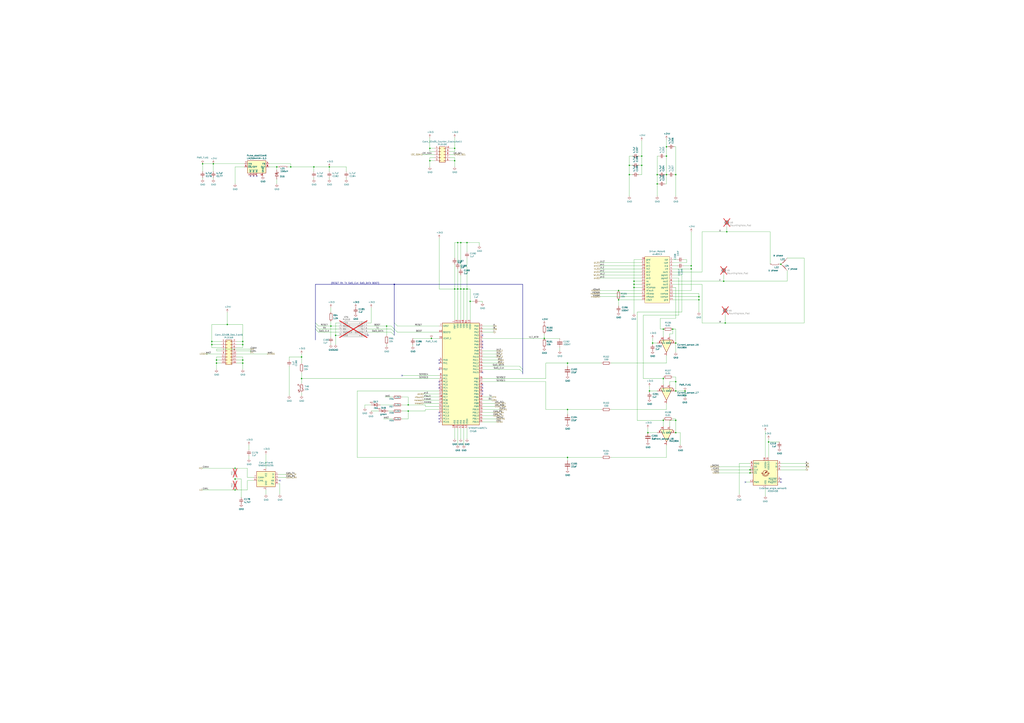
<source format=kicad_sch>
(kicad_sch (version 20231120) (generator "eeschema") (generator_version "8.0")
  (paper "A1")
  (lib_symbols
    (symbol "Amplifier_Current:INA194" (pin_names (offset 0.127))
      (property "Reference" "U" (at 3.81 3.81 0))
      (property "Value" "INA194" (at 3.81 -3.81 0))
      (symbol "INA194_1_1"
        (pin output line (at 7.62 0 180) (length 2.54) (name "~") (number "1"))
        (pin power_in line (at -2.54 -7.62 90) (length 3.81) (name "GND") (number "2"))
        (pin input line (at -7.62 2.54 0) (length 2.54) (name "+") (number "3"))
        (pin input line (at -7.62 -2.54 0) (length 2.54) (name "-") (number "4"))
        (pin power_in line (at -2.54 7.62 270) (length 3.81) (name "V+") (number "5"))
      )
    )
    (symbol "Connector_Generic:Conn_02x05_Counter_Clockwise" (pin_names (offset 1.016) hide)
      (property "Reference" "Conn_02x05_Counter_Clockwise6" (at 1.27 10.5918 0))
      (property "Value" "PLD10R" (at 1.27 8.2804 0))
      (symbol "Conn_02x05_Counter_Clockwise_1_1"
        (pin passive line (at -5.08 5.08 0) (length 3.81) (name "Pin_1") (number "1"))
        (pin passive line (at 7.62 5.08 180) (length 3.81) (name "Pin_10") (number "10"))
        (pin passive line (at -5.08 2.54 0) (length 3.81) (name "Pin_2") (number "2"))
        (pin passive line (at -5.08 0 0) (length 3.81) (name "Pin_3") (number "3"))
        (pin passive line (at -5.08 -2.54 0) (length 3.81) (name "Pin_4") (number "4"))
        (pin passive line (at -5.08 -5.08 0) (length 3.81) (name "Pin_5") (number "5"))
        (pin passive line (at 7.62 -5.08 180) (length 3.81) (name "Pin_6") (number "6"))
        (pin passive line (at 7.62 -2.54 180) (length 3.81) (name "Pin_7") (number "7"))
        (pin passive line (at 7.62 0 180) (length 3.81) (name "Pin_8") (number "8"))
        (pin passive line (at 7.62 2.54 180) (length 3.81) (name "Pin_9") (number "9"))
      )
    )
    (symbol "Connector_Generic:Conn_02x08_Odd_Even" (pin_names (offset 1.016) hide)
      (property "Reference" "J" (at 1.27 10.16 0))
      (property "Value" "Conn_02x08_Odd_Even" (at 1.27 -12.7 0))
      (symbol "Conn_02x08_Odd_Even_1_1"
        (pin passive line (at -5.08 7.62 0) (length 3.81) (name "Pin_1") (number "1"))
        (pin passive line (at 7.62 -2.54 180) (length 3.81) (name "Pin_10") (number "10"))
        (pin passive line (at -5.08 -5.08 0) (length 3.81) (name "Pin_11") (number "11"))
        (pin passive line (at 7.62 -5.08 180) (length 3.81) (name "Pin_12") (number "12"))
        (pin passive line (at -5.08 -7.62 0) (length 3.81) (name "Pin_13") (number "13"))
        (pin passive line (at 7.62 -7.62 180) (length 3.81) (name "Pin_14") (number "14"))
        (pin passive line (at -5.08 -10.16 0) (length 3.81) (name "Pin_15") (number "15"))
        (pin passive line (at 7.62 -10.16 180) (length 3.81) (name "Pin_16") (number "16"))
        (pin passive line (at 7.62 7.62 180) (length 3.81) (name "Pin_2") (number "2"))
        (pin passive line (at -5.08 5.08 0) (length 3.81) (name "Pin_3") (number "3"))
        (pin passive line (at 7.62 5.08 180) (length 3.81) (name "Pin_4") (number "4"))
        (pin passive line (at -5.08 2.54 0) (length 3.81) (name "Pin_5") (number "5"))
        (pin passive line (at 7.62 2.54 180) (length 3.81) (name "Pin_6") (number "6"))
        (pin passive line (at -5.08 0 0) (length 3.81) (name "Pin_7") (number "7"))
        (pin passive line (at 7.62 0 180) (length 3.81) (name "Pin_8") (number "8"))
        (pin passive line (at -5.08 -2.54 0) (length 3.81) (name "Pin_9") (number "9"))
      )
    )
    (symbol "Device:C" (pin_numbers hide) (pin_names (offset 0.254))
      (property "Reference" "C" (at 0.635 2.54 0))
      (property "Value" "C" (at 0.635 -2.54 0))
      (symbol "C_1_1"
        (pin passive line (at 0 3.81 270) (length 2.794) (name "~") (number "1"))
        (pin passive line (at 0 -3.81 90) (length 2.794) (name "~") (number "2"))
      )
    )
    (symbol "Device:C_Small" (pin_numbers hide) (pin_names (offset 0.254) hide)
      (property "Reference" "C" (at 0.254 1.778 0))
      (property "Value" "C_Small" (at 0.254 -2.032 0))
      (symbol "C_Small_1_1"
        (pin passive line (at 0 2.54 270) (length 2.032) (name "~") (number "1"))
        (pin passive line (at 0 -2.54 90) (length 2.032) (name "~") (number "2"))
      )
    )
    (symbol "Device:L" (pin_numbers hide) (pin_names (offset 1.016) hide)
      (property "Reference" "L" (at -1.27 0 90))
      (property "Value" "L" (at 1.905 0 90))
      (symbol "L_1_1"
        (pin passive line (at 0 3.81 270) (length 1.27) (name "1") (number "1"))
        (pin passive line (at 0 -3.81 90) (length 1.27) (name "2") (number "2"))
      )
    )
    (symbol "Device:LED" (pin_numbers hide) (pin_names (offset 1.016) hide)
      (property "Reference" "D" (at 0 2.54 0))
      (property "Value" "LED" (at 0 -2.54 0))
      (symbol "LED_1_1"
        (pin passive line (at -3.81 0 0) (length 2.54) (name "K") (number "1"))
        (pin passive line (at 3.81 0 180) (length 2.54) (name "A") (number "2"))
      )
    )
    (symbol "Device:L_45deg" (pin_numbers hide) (pin_names (offset 0))
      (property "Reference" "L" (at 5.08 2.54 0))
      (property "Value" "L_45deg" (at 8.255 0.635 0))
      (symbol "L_45deg_1_1"
        (pin passive line (at 2.54 -2.54 180) (length 0) (name "~") (number "1"))
        (pin passive line (at -2.54 2.54 0) (length 0) (name "~") (number "2"))
      )
    )
    (symbol "Device:R" (pin_numbers hide) (pin_names (offset 0))
      (property "Reference" "R" (at 2.032 0 90))
      (property "Value" "R" (at 0 0 90))
      (symbol "R_1_1"
        (pin passive line (at 0 3.81 270) (length 1.27) (name "~") (number "1"))
        (pin passive line (at 0 -3.81 90) (length 1.27) (name "~") (number "2"))
      )
    )
    (symbol "Device:Thermistor_NTC" (pin_numbers hide) (pin_names (offset 0))
      (property "Reference" "TH" (at -4.445 0 90))
      (property "Value" "Thermistor_NTC" (at 3.175 0 90))
      (symbol "Thermistor_NTC_1_1"
        (pin passive line (at 0 3.81 270) (length 1.27) (name "~") (number "1"))
        (pin passive line (at 0 -3.81 90) (length 1.27) (name "~") (number "2"))
      )
    )
    (symbol "Diode:MBR0530" (pin_numbers hide) (pin_names (offset 1.016) hide)
      (property "Reference" "D" (at 0 2.54 0))
      (property "Value" "MBR0530" (at 0 -2.54 0))
      (symbol "MBR0530_1_1"
        (pin passive line (at -3.81 0 0) (length 2.54) (name "K") (number "1"))
        (pin passive line (at 3.81 0 180) (length 2.54) (name "A") (number "2"))
      )
    )
    (symbol "INA194_1" (pin_names (offset 0.127))
      (property "Reference" "DA3" (at -1.1684 -8.7376 90))
      (property "Value" "INA180A" (at 1.143 -8.7376 90))
      (symbol "INA194_1_1_1"
        (pin output line (at 7.62 0 180) (length 2.54) (name "~") (number "1"))
        (pin power_in line (at -2.54 -7.62 90) (length 3.81) (name "GND") (number "2"))
        (pin input line (at -7.62 2.54 0) (length 2.54) (name "+") (number "3"))
        (pin input line (at -7.62 -2.54 0) (length 2.54) (name "-") (number "4"))
        (pin power_in line (at -2.54 7.62 270) (length 3.81) (name "V+") (number "5"))
      )
    )
    (symbol "Interface_CAN_LIN:SN65HVD235" (pin_names (offset 1.016))
      (property "Reference" "U" (at -2.54 10.16 0))
      (property "Value" "SN65HVD235" (at -2.54 7.62 0))
      (symbol "SN65HVD235_1_1"
        (pin input line (at -10.16 2.54 0) (length 2.54) (name "D") (number "1"))
        (pin power_in line (at 0 -10.16 90) (length 2.54) (name "GND") (number "2"))
        (pin power_in line (at 0 7.62 270) (length 2.54) (name "VCC") (number "3"))
        (pin output line (at -10.16 0 0) (length 2.54) (name "R") (number "4"))
        (pin input line (at -10.16 -2.54 0) (length 2.54) (name "AB") (number "5"))
        (pin bidirectional line (at 10.16 -2.54 180) (length 2.54) (name "CANL") (number "6"))
        (pin bidirectional line (at 10.16 0 180) (length 2.54) (name "CANH") (number "7"))
        (pin input line (at -10.16 -5.08 0) (length 2.54) (name "Rs") (number "8"))
      )
    )
    (symbol "LED_1" (pin_numbers hide) (pin_names (offset 1.016) hide)
      (property "Reference" "D3" (at 0 -2.54 0))
      (property "Value" "green" (at 0 2.54 0))
      (symbol "LED_1_1_1"
        (pin passive line (at -3.81 0 0) (length 2.54) (name "K") (number "1"))
        (pin passive line (at 3.81 0 180) (length 2.54) (name "A") (number "2"))
      )
    )
    (symbol "Mechanical:MountingHole_Pad" (pin_numbers hide) (pin_names (offset 1.016) hide) (exclude_from_sim yes) (in_bom no)
      (property "Reference" "H" (at 0 6.35 0))
      (property "Value" "MountingHole_Pad" (at 0 4.445 0))
      (symbol "MountingHole_Pad_1_1"
        (pin input line (at 0 -2.54 90) (length 2.54) (name "1") (number "1"))
      )
    )
    (symbol "Regulator_Switching:LM2594HVM-3.3"
      (property "Reference" "U" (at -7.62 6.35 0))
      (property "Value" "LM2594HVM-3.3" (at 0 6.35 0))
      (symbol "LM2594HVM-3.3_1_1"
        (pin passive line (at -5.08 -7.62 90) (length 2.54) (name "NC") (number "1"))
        (pin passive line (at -2.54 -7.62 90) (length 2.54) (name "NC") (number "2"))
        (pin passive line (at 0 -7.62 90) (length 2.54) (name "NC") (number "3"))
        (pin input line (at 10.16 2.54 180) (length 2.54) (name "FB") (number "4"))
        (pin input line (at -10.16 0 0) (length 2.54) (name "~{ON}/OFF") (number "5"))
        (pin power_in line (at 5.08 -7.62 90) (length 2.54) (name "GND") (number "6"))
        (pin power_in line (at -10.16 2.54 0) (length 2.54) (name "VIN") (number "7"))
        (pin output line (at 10.16 0 180) (length 2.54) (name "OUT") (number "8"))
      )
    )
    (symbol "Sensor_Magnetic:AS5045B"
      (property "Reference" "DA6" (at -6.096 -12.6746 0))
      (property "Value" "AS5045B" (at -6.096 -14.986 0))
      (symbol "AS5045B_1_1"
        (pin open_collector line (at -12.7 -5.08 0) (length 2.54) (name "~{MagINC}") (number "1"))
        (pin input line (at 12.7 2.54 180) (length 2.54) (name "CLK") (number "10"))
        (pin input line (at 12.7 0 180) (length 2.54) (name "~{CS}") (number "11"))
        (pin output line (at 12.7 -7.62 180) (length 2.54) (name "PWM") (number "12"))
        (pin no_connect line (at 10.16 -5.08 180) (length 2.54) hide (name "NC") (number "13"))
        (pin no_connect line (at 2.54 -10.16 90) (length 2.54) hide (name "NC") (number "14"))
        (pin power_in line (at -2.54 12.7 270) (length 2.54) (name "VDD3V3") (number "15"))
        (pin power_in line (at 0 12.7 270) (length 2.54) (name "VDD5V") (number "16"))
        (pin open_collector line (at -12.7 -7.62 0) (length 2.54) (name "~{MagDEC}") (number "2"))
        (pin output line (at -12.7 7.62 0) (length 2.54) (name "A") (number "3"))
        (pin output line (at -12.7 5.08 0) (length 2.54) (name "B") (number "4"))
        (pin no_connect line (at 10.16 -2.54 180) (length 2.54) hide (name "NC") (number "5"))
        (pin output line (at -12.7 2.54 0) (length 2.54) (name "I") (number "6"))
        (pin power_in line (at 0 -12.7 90) (length 2.54) (name "VSS") (number "7"))
        (pin input line (at 12.7 7.62 180) (length 2.54) (name "PDIO") (number "8"))
        (pin output line (at 12.7 5.08 180) (length 2.54) (name "DO") (number "9"))
      )
    )
    (symbol "motor_controller_50mm-rescue:+3.3V-power" (power) (pin_names (offset 0))
      (property "Value" "+3.3V-power" (at 0 3.556 0))
      (symbol "+3.3V-power_1_1"
        (pin power_in line (at 0 0 90) (length 0) hide (name "+3V3") (number "1"))
      )
    )
    (symbol "motor_controller_50mm-rescue:PROGRAMMATOR-kicad_Library" (pin_names (offset 1.016))
      (property "Reference" "xp" (at -8.89 22.86 0))
      (property "Value" "kicad_Library_PROGRAMMATOR" (at -10.16 5.08 0))
      (symbol "PROGRAMMATOR-kicad_Library_1_1"
        (pin passive line (at -20.32 19.05 0) (length 2.54) (name "GND") (number "1"))
        (pin power_out line (at 3.81 8.89 180) (length 2.54) (name "+5V") (number "10"))
        (pin power_out line (at 3.81 19.05 180) (length 2.54) (name "+3V") (number "2"))
        (pin input line (at -20.32 16.51 0) (length 2.54) (name "RESET") (number "3"))
        (pin input line (at 3.81 16.51 180) (length 2.54) (name "BOOT") (number "4"))
        (pin input line (at -20.32 13.97 0) (length 2.54) (name "RX") (number "5"))
        (pin output line (at 3.81 13.97 180) (length 2.54) (name "TX") (number "6"))
        (pin input line (at -20.32 11.43 0) (length 2.54) (name "SWDCLK") (number "7"))
        (pin bidirectional line (at 3.81 11.43 180) (length 2.54) (name "SWDDTA") (number "8"))
        (pin passive line (at -20.32 8.89 0) (length 2.54) (name "GND") (number "9"))
      )
    )
    (symbol "motor_controller_50mm-rescue:STM32F446RETx-MCU_ST_STM32F4"
      (property "Reference" "U" (at -15.24 41.91 0))
      (property "Value" "MCU_ST_STM32F4_STM32F446RETx" (at 10.16 41.91 0))
      (symbol "STM32F446RETx-MCU_ST_STM32F4_1_1"
        (pin power_in line (at -5.08 43.18 270) (length 2.54) (name "VBAT") (number "1"))
        (pin bidirectional line (at -17.78 -7.62 0) (length 2.54) (name "PC2") (number "10"))
        (pin bidirectional line (at -17.78 -10.16 0) (length 2.54) (name "PC3") (number "11"))
        (pin power_in line (at 5.08 -45.72 90) (length 2.54) (name "VSSA") (number "12"))
        (pin power_in line (at 7.62 43.18 270) (length 2.54) (name "VDDA") (number "13"))
        (pin bidirectional line (at 17.78 38.1 180) (length 2.54) (name "PA0") (number "14"))
        (pin bidirectional line (at 17.78 35.56 180) (length 2.54) (name "PA1") (number "15"))
        (pin bidirectional line (at 17.78 33.02 180) (length 2.54) (name "PA2") (number "16"))
        (pin bidirectional line (at 17.78 30.48 180) (length 2.54) (name "PA3") (number "17"))
        (pin power_in line (at -5.08 -45.72 90) (length 2.54) (name "VSS") (number "18"))
        (pin power_in line (at -2.54 43.18 270) (length 2.54) (name "VDD") (number "19"))
        (pin bidirectional line (at -17.78 -35.56 0) (length 2.54) (name "PC13") (number "2"))
        (pin bidirectional line (at 17.78 27.94 180) (length 2.54) (name "PA4") (number "20"))
        (pin bidirectional line (at 17.78 25.4 180) (length 2.54) (name "PA5") (number "21"))
        (pin bidirectional line (at 17.78 22.86 180) (length 2.54) (name "PA6") (number "22"))
        (pin bidirectional line (at 17.78 20.32 180) (length 2.54) (name "PA7") (number "23"))
        (pin bidirectional line (at -17.78 -12.7 0) (length 2.54) (name "PC4") (number "24"))
        (pin bidirectional line (at -17.78 -15.24 0) (length 2.54) (name "PC5") (number "25"))
        (pin bidirectional line (at 17.78 -5.08 180) (length 2.54) (name "PB0") (number "26"))
        (pin bidirectional line (at 17.78 -7.62 180) (length 2.54) (name "PB1") (number "27"))
        (pin bidirectional line (at 17.78 -10.16 180) (length 2.54) (name "PB2") (number "28"))
        (pin bidirectional line (at 17.78 -30.48 180) (length 2.54) (name "PB10") (number "29"))
        (pin bidirectional line (at -17.78 -38.1 0) (length 2.54) (name "PC14") (number "3"))
        (pin power_in line (at -17.78 27.94 0) (length 2.54) (name "VCAP_1") (number "30"))
        (pin power_in line (at -2.54 -45.72 90) (length 2.54) (name "VSS") (number "31"))
        (pin power_in line (at 0 43.18 270) (length 2.54) (name "VDD") (number "32"))
        (pin bidirectional line (at 17.78 -33.02 180) (length 2.54) (name "PB12") (number "33"))
        (pin bidirectional line (at 17.78 -35.56 180) (length 2.54) (name "PB13") (number "34"))
        (pin bidirectional line (at 17.78 -38.1 180) (length 2.54) (name "PB14") (number "35"))
        (pin bidirectional line (at 17.78 -40.64 180) (length 2.54) (name "PB15") (number "36"))
        (pin bidirectional line (at -17.78 -17.78 0) (length 2.54) (name "PC6") (number "37"))
        (pin bidirectional line (at -17.78 -20.32 0) (length 2.54) (name "PC7") (number "38"))
        (pin bidirectional line (at -17.78 -22.86 0) (length 2.54) (name "PC8") (number "39"))
        (pin bidirectional line (at -17.78 -40.64 0) (length 2.54) (name "PC15") (number "4"))
        (pin bidirectional line (at -17.78 -25.4 0) (length 2.54) (name "PC9") (number "40"))
        (pin bidirectional line (at 17.78 17.78 180) (length 2.54) (name "PA8") (number "41"))
        (pin bidirectional line (at 17.78 15.24 180) (length 2.54) (name "PA9") (number "42"))
        (pin bidirectional line (at 17.78 12.7 180) (length 2.54) (name "PA10") (number "43"))
        (pin bidirectional line (at 17.78 10.16 180) (length 2.54) (name "PA11") (number "44"))
        (pin bidirectional line (at 17.78 7.62 180) (length 2.54) (name "PA12") (number "45"))
        (pin bidirectional line (at 17.78 5.08 180) (length 2.54) (name "PA13") (number "46"))
        (pin power_in line (at 0 -45.72 90) (length 2.54) (name "VSS") (number "47"))
        (pin power_in line (at 2.54 43.18 270) (length 2.54) (name "VDD") (number "48"))
        (pin bidirectional line (at 17.78 2.54 180) (length 2.54) (name "PA14") (number "49"))
        (pin input line (at -17.78 10.16 0) (length 2.54) (name "PH0") (number "5"))
        (pin bidirectional line (at 17.78 0 180) (length 2.54) (name "PA15") (number "50"))
        (pin bidirectional line (at -17.78 -27.94 0) (length 2.54) (name "PC10") (number "51"))
        (pin bidirectional line (at -17.78 -30.48 0) (length 2.54) (name "PC11") (number "52"))
        (pin bidirectional line (at -17.78 -33.02 0) (length 2.54) (name "PC12") (number "53"))
        (pin bidirectional line (at -17.78 2.54 0) (length 2.54) (name "PD2") (number "54"))
        (pin bidirectional line (at 17.78 -12.7 180) (length 2.54) (name "PB3") (number "55"))
        (pin bidirectional line (at 17.78 -15.24 180) (length 2.54) (name "PB4") (number "56"))
        (pin bidirectional line (at 17.78 -17.78 180) (length 2.54) (name "PB5") (number "57"))
        (pin bidirectional line (at 17.78 -20.32 180) (length 2.54) (name "PB6") (number "58"))
        (pin bidirectional line (at 17.78 -22.86 180) (length 2.54) (name "PB7") (number "59"))
        (pin input line (at -17.78 7.62 0) (length 2.54) (name "PH1") (number "6"))
        (pin input line (at -17.78 33.02 0) (length 2.54) (name "BOOT0") (number "60"))
        (pin bidirectional line (at 17.78 -25.4 180) (length 2.54) (name "PB8") (number "61"))
        (pin bidirectional line (at 17.78 -27.94 180) (length 2.54) (name "PB9") (number "62"))
        (pin power_in line (at 2.54 -45.72 90) (length 2.54) (name "VSS") (number "63"))
        (pin power_in line (at 5.08 43.18 270) (length 2.54) (name "VDD") (number "64"))
        (pin input line (at -17.78 38.1 0) (length 2.54) (name "NRST") (number "7"))
        (pin bidirectional line (at -17.78 -2.54 0) (length 2.54) (name "PC0") (number "8"))
        (pin bidirectional line (at -17.78 -5.08 0) (length 2.54) (name "PC1") (number "9"))
      )
    )
    (symbol "motor_controller_50mm-rescue:drv8313-Driver_Motor" (pin_names (offset 1.016))
      (property "Reference" "DA2" (at -1.27 2.921 0))
      (property "Value" "drv8313" (at -1.27 0.6096 0))
      (symbol "drv8313-Driver_Motor_1_1"
        (pin input line (at -13.97 -3.81 0) (length 2.54) (name "cpl") (number "1"))
        (pin input line (at -13.97 -26.67 0) (length 2.54) (name "pgnd3") (number "10"))
        (pin input line (at -13.97 -29.21 0) (length 2.54) (name "vm") (number "11"))
        (pin input line (at -13.97 -31.75 0) (length 2.54) (name "compp") (number "12"))
        (pin input line (at -13.97 -34.29 0) (length 2.54) (name "compn") (number "13"))
        (pin power_in line (at -13.97 -36.83 0) (length 2.54) (name "gnd") (number "14"))
        (pin power_out line (at 11.43 -36.83 180) (length 2.54) (name "v3p3") (number "15"))
        (pin input line (at 11.43 -34.29 180) (length 2.54) (name "nReset") (number "16"))
        (pin input line (at 11.43 -31.75 180) (length 2.54) (name "nSleep") (number "17"))
        (pin output line (at 11.43 -29.21 180) (length 2.54) (name "nFault") (number "18"))
        (pin input line (at 11.43 -26.67 180) (length 2.54) (name "nCompo") (number "19"))
        (pin input line (at -13.97 -6.35 0) (length 2.54) (name "cph") (number "2"))
        (pin power_in line (at 11.43 -24.13 180) (length 2.54) (name "gnd") (number "20"))
        (pin input line (at 11.43 -21.59 180) (length 2.54) (name "nc") (number "21"))
        (pin input line (at 11.43 -19.05 180) (length 2.54) (name "en3") (number "22"))
        (pin input line (at 11.43 -16.51 180) (length 2.54) (name "in3") (number "23"))
        (pin input line (at 11.43 -13.97 180) (length 2.54) (name "en2") (number "24"))
        (pin input line (at 11.43 -11.43 180) (length 2.54) (name "in2") (number "25"))
        (pin input line (at 11.43 -8.89 180) (length 2.54) (name "en1") (number "26"))
        (pin input line (at 11.43 -6.35 180) (length 2.54) (name "in1") (number "27"))
        (pin power_in line (at 11.43 -3.81 180) (length 2.54) (name "gnd") (number "28"))
        (pin input line (at -13.97 -8.89 0) (length 2.54) (name "vcp") (number "3"))
        (pin input line (at -13.97 -11.43 0) (length 2.54) (name "vm") (number "4"))
        (pin output line (at -13.97 -13.97 0) (length 2.54) (name "out1") (number "5"))
        (pin input line (at -13.97 -16.51 0) (length 2.54) (name "pgnd1") (number "6"))
        (pin input line (at -13.97 -19.05 0) (length 2.54) (name "pgnd2") (number "7"))
        (pin output line (at -13.97 -21.59 0) (length 2.54) (name "out2") (number "8"))
        (pin output line (at -13.97 -24.13 0) (length 2.54) (name "out3") (number "9"))
      )
    )
    (symbol "power:+24V" (power) (pin_numbers hide) (pin_names (offset 0) hide)
      (property "Value" "+24V" (at 0 3.556 0))
      (symbol "+24V_1_1"
        (pin power_in line (at 0 0 90) (length 0) (name "~") (number "1"))
      )
    )
    (symbol "power:GND" (power) (pin_numbers hide) (pin_names (offset 0) hide)
      (property "Value" "GND" (at 0 -3.81 0))
      (symbol "GND_1_1"
        (pin power_in line (at 0 0 270) (length 0) (name "~") (number "1"))
      )
    )
    (symbol "power:PWR_FLAG" (power) (pin_numbers hide) (pin_names (offset 0) hide)
      (property "Value" "PWR_FLAG" (at 0 3.81 0))
      (symbol "PWR_FLAG_0_0"
        (pin power_out line (at 0 0 90) (length 0) (name "~") (number "1"))
      )
    )
  )
  (junction (at 466.09 298.45))
  (junction (at 247.65 293.37))
  (junction (at 539.75 143.51))
  (junction (at 574.04 246.38))
  (junction (at 175.26 134.62))
  (junction (at 562.61 321.31))
  (junction (at 378.46 237.49))
  (junction (at 166.37 134.62))
  (junction (at 186.69 266.7))
  (junction (at 554.99 355.6))
  (junction (at 375.92 199.39))
  (junction (at 547.37 128.27))
  (junction (at 641.35 217.17))
  (junction (at 323.85 233.68))
  (junction (at 383.54 199.39))
  (junction (at 199.39 295.91))
  (junction (at 193.04 393.7))
  (junction (at 520.7 231.14))
  (junction (at 199.39 280.67))
  (junction (at 373.38 132.08))
  (junction (at 335.28 332.74))
  (junction (at 381 237.49))
  (junction (at 508 246.38))
  (junction (at 554.99 321.31))
  (junction (at 574.04 243.84))
  (junction (at 544.83 345.44))
  (junction (at 378.46 199.39))
  (junction (at 527.05 128.27))
  (junction (at 567.69 220.98))
  (junction (at 544.83 311.15))
  (junction (at 354.33 278.13))
  (junction (at 466.09 375.92))
  (junction (at 631.19 363.22))
  (junction (at 373.38 121.92))
  (junction (at 177.8 298.45))
  (junction (at 193.04 384.81))
  (junction (at 533.4 321.31))
  (junction (at 596.9 190.5))
  (junction (at 335.28 337.82))
  (junction (at 447.04 278.13))
  (junction (at 257.81 137.16))
  (junction (at 271.78 267.97))
  (junction (at 238.76 137.16))
  (junction (at 527.05 135.89))
  (junction (at 317.5 267.97))
  (junction (at 595.63 265.43))
  (junction (at 375.92 237.49))
  (junction (at 520.7 236.22))
  (junction (at 173.99 283.21))
  (junction (at 383.54 237.49))
  (junction (at 270.51 137.16))
  (junction (at 535.94 281.94))
  (junction (at 199.39 283.21))
  (junction (at 466.09 336.55))
  (junction (at 539.75 151.13))
  (junction (at 567.69 218.44))
  (junction (at 615.95 386.08))
  (junction (at 544.83 270.51))
  (junction (at 508 238.76))
  (junction (at 353.06 132.08))
  (junction (at 552.45 270.51))
  (junction (at 532.13 355.6))
  (junction (at 177.8 295.91))
  (junction (at 554.99 313.69))
  (junction (at 173.99 280.67))
  (junction (at 516.89 143.51))
  (junction (at 193.04 402.59))
  (junction (at 275.59 275.59))
  (junction (at 199.39 298.45))
  (junction (at 547.37 120.65))
  (junction (at 516.89 135.89))
  (junction (at 594.36 231.14))
  (junction (at 247.65 311.15))
  (junction (at 353.06 121.92))
  (junction (at 554.99 345.44))
  (junction (at 615.95 388.62))
  (junction (at 373.38 237.49))
  (junction (at 547.37 143.51))
  (junction (at 386.08 247.65))
  (junction (at 554.99 281.94))
  (junction (at 520.7 233.68))
  (junction (at 554.99 143.51))
  (junction (at 227.33 137.16))
  (no_connect (at 396.24 275.59))
  (no_connect (at 360.68 341.63))
  (no_connect (at 229.87 394.97))
  (no_connect (at 360.68 339.09))
  (no_connect (at 330.2 308.61))
  (no_connect (at 396.24 321.31))
  (no_connect (at 396.24 318.77))
  (no_connect (at 205.74 144.78))
  (no_connect (at 360.68 295.91))
  (no_connect (at 302.26 275.59))
  (no_connect (at 396.24 285.75))
  (no_connect (at 210.82 144.78))
  (no_connect (at 396.24 280.67))
  (no_connect (at 360.68 318.77))
  (no_connect (at 360.68 313.69))
  (no_connect (at 396.24 323.85))
  (no_connect (at 360.68 344.17))
  (no_connect (at 641.35 396.24))
  (no_connect (at 360.68 346.71))
  (no_connect (at 360.68 303.53))
  (no_connect (at 396.24 316.23))
  (no_connect (at 396.24 283.21))
  (no_connect (at 641.35 393.7))
  (no_connect (at 360.68 316.23))
  (no_connect (at 612.14 396.24))
  (no_connect (at 208.28 144.78))
  (no_connect (at 360.68 298.45))
  (no_connect (at 396.24 306.07))
  (bus_entry (at 426.72 303.53) (size 2.54 2.54))
  (bus_entry (at 321.31 273.05) (size 2.54 2.54))
  (bus_entry (at 323.85 265.43) (size 2.54 2.54))
  (bus_entry (at 259.08 265.43) (size 2.54 2.54))
  (bus_entry (at 259.08 270.51) (size 2.54 2.54))
  (bus_entry (at 321.31 267.97) (size 2.54 2.54))
  (bus_entry (at 323.85 270.51) (size 2.54 2.54))
  (bus_entry (at 321.31 270.51) (size 2.54 2.54))
  (bus_entry (at 426.72 300.99) (size 2.54 2.54))
  (bus_entry (at 259.08 267.97) (size 2.54 2.54))
  (wire (pts (xy 360.68 311.15) (xy 247.65 311.15)))
  (wire (pts (xy 527.05 241.3) (xy 492.76 241.3)))
  (wire (pts (xy 378.46 237.49) (xy 378.46 262.89)))
  (wire (pts (xy 527.05 223.52) (xy 492.76 223.52)))
  (wire (pts (xy 549.91 316.23) (xy 549.91 313.69)))
  (wire (pts (xy 381 237.49) (xy 381 262.89)))
  (wire (pts (xy 238.76 137.16) (xy 238.76 134.62)))
  (wire (pts (xy 554.99 344.17) (xy 554.99 345.44)))
  (wire (pts (xy 407.67 288.29) (xy 396.24 288.29)))
  (wire (pts (xy 194.31 293.37) (xy 199.39 293.37)))
  (wire (pts (xy 208.28 392.43) (xy 203.2 392.43)))
  (wire (pts (xy 396.24 311.15) (xy 448.31 311.15)))
  (wire (pts (xy 547.37 292.1) (xy 547.37 298.45)))
  (wire (pts (xy 353.06 132.08) (xy 353.06 137.16)))
  (wire (pts (xy 641.35 386.08) (xy 661.67 386.08)))
  (wire (pts (xy 194.31 298.45) (xy 199.39 298.45)))
  (wire (pts (xy 594.36 231.14) (xy 594.36 226.06)))
  (wire (pts (xy 660.4 212.09) (xy 660.4 265.43)))
  (wire (pts (xy 448.31 336.55) (xy 448.31 313.69)))
  (wire (pts (xy 349.25 337.82) (xy 349.25 336.55)))
  (wire (pts (xy 562.61 321.31) (xy 562.61 326.39)))
  (wire (pts (xy 527.05 128.27) (xy 527.05 135.89)))
  (wire (pts (xy 193.04 402.59) (xy 203.2 402.59)))
  (wire (pts (xy 181.61 280.67) (xy 173.99 280.67)))
  (wire (pts (xy 527.05 135.89) (xy 527.05 143.51)))
  (wire (pts (xy 407.67 344.17) (xy 396.24 344.17)))
  (wire (pts (xy 523.24 256.54) (xy 560.07 256.54)))
  (wire (pts (xy 378.46 360.68) (xy 378.46 351.79)))
  (wire (pts (xy 539.75 281.94) (xy 535.94 281.94)))
  (wire (pts (xy 194.31 280.67) (xy 199.39 280.67)))
  (wire (pts (xy 270.51 137.16) (xy 270.51 140.97)))
  (wire (pts (xy 519.43 143.51) (xy 516.89 143.51)))
  (wire (pts (xy 533.4 321.31) (xy 533.4 317.5)))
  (wire (pts (xy 590.55 383.54) (xy 615.95 383.54)))
  (bus (pts (xy 259.08 270.51) (xy 259.08 279.4)))
  (wire (pts (xy 560.07 226.06) (xy 552.45 226.06)))
  (wire (pts (xy 330.2 337.82) (xy 335.28 337.82)))
  (wire (pts (xy 271.78 264.16) (xy 271.78 267.97)))
  (wire (pts (xy 628.65 401.32) (xy 628.65 407.67)))
  (wire (pts (xy 375.92 237.49) (xy 378.46 237.49)))
  (wire (pts (xy 405.13 267.97) (xy 396.24 267.97)))
  (wire (pts (xy 508 246.38) (xy 508 251.46)))
  (wire (pts (xy 558.8 365.76) (xy 558.8 355.6)))
  (wire (pts (xy 408.94 298.45) (xy 396.24 298.45)))
  (bus (pts (xy 259.08 233.68) (xy 259.08 265.43)))
  (wire (pts (xy 175.26 134.62) (xy 175.26 140.97)))
  (wire (pts (xy 466.09 336.55) (xy 494.03 336.55)))
  (wire (pts (xy 557.53 228.6) (xy 557.53 259.08)))
  (bus (pts (xy 429.26 233.68) (xy 429.26 303.53)))
  (wire (pts (xy 520.7 231.14) (xy 520.7 213.36)))
  (wire (pts (xy 516.89 143.51) (xy 516.89 135.89)))
  (wire (pts (xy 523.24 345.44) (xy 523.24 256.54)))
  (wire (pts (xy 356.87 121.92) (xy 353.06 121.92)))
  (wire (pts (xy 527.05 220.98) (xy 492.76 220.98)))
  (wire (pts (xy 554.99 321.31) (xy 562.61 321.31)))
  (bus (pts (xy 323.85 265.43) (xy 323.85 270.51)))
  (wire (pts (xy 278.13 273.05) (xy 261.62 273.05)))
  (wire (pts (xy 595.63 259.08) (xy 595.63 265.43)))
  (wire (pts (xy 567.69 218.44) (xy 567.69 190.5)))
  (wire (pts (xy 270.51 146.05) (xy 270.51 147.32)))
  (wire (pts (xy 193.04 393.7) (xy 198.12 393.7)))
  (wire (pts (xy 330.2 326.39) (xy 335.28 326.39)))
  (wire (pts (xy 628.65 354.33) (xy 628.65 375.92)))
  (wire (pts (xy 181.61 285.75) (xy 173.99 285.75)))
  (wire (pts (xy 547.37 128.27) (xy 547.37 143.51)))
  (wire (pts (xy 175.26 146.05) (xy 175.26 147.32)))
  (wire (pts (xy 631.19 375.92) (xy 631.19 363.22)))
  (wire (pts (xy 194.31 288.29) (xy 205.74 288.29)))
  (bus (pts (xy 259.08 233.68) (xy 323.85 233.68)))
  (wire (pts (xy 236.22 137.16) (xy 238.76 137.16)))
  (wire (pts (xy 524.51 143.51) (xy 527.05 143.51)))
  (wire (pts (xy 466.09 336.55) (xy 448.31 336.55)))
  (wire (pts (xy 383.54 199.39) (xy 393.7 199.39)))
  (wire (pts (xy 360.68 237.49) (xy 373.38 237.49)))
  (wire (pts (xy 369.57 129.54) (xy 373.38 129.54)))
  (wire (pts (xy 563.88 215.9) (xy 563.88 213.36)))
  (wire (pts (xy 516.89 135.89) (xy 516.89 128.27)))
  (wire (pts (xy 386.08 247.65) (xy 386.08 262.89)))
  (wire (pts (xy 373.38 124.46) (xy 373.38 121.92)))
  (wire (pts (xy 519.43 128.27) (xy 516.89 128.27)))
  (wire (pts (xy 405.13 339.09) (xy 396.24 339.09)))
  (wire (pts (xy 547.37 336.55) (xy 501.65 336.55)))
  (wire (pts (xy 552.45 270.51) (xy 552.45 274.32)))
  (wire (pts (xy 375.92 220.98) (xy 375.92 237.49)))
  (wire (pts (xy 186.69 266.7) (xy 173.99 266.7)))
  (wire (pts (xy 218.44 406.4) (xy 218.44 402.59)))
  (wire (pts (xy 247.65 322.58) (xy 247.65 325.12)))
  (wire (pts (xy 516.89 143.51) (xy 516.89 161.29)))
  (wire (pts (xy 177.8 293.37) (xy 177.8 295.91)))
  (wire (pts (xy 466.09 300.99) (xy 466.09 298.45)))
  (bus (pts (xy 259.08 265.43) (xy 259.08 267.97)))
  (wire (pts (xy 339.09 283.21) (xy 339.09 284.48)))
  (wire (pts (xy 193.04 137.16) (xy 200.66 137.16)))
  (wire (pts (xy 237.49 295.91) (xy 237.49 293.37)))
  (wire (pts (xy 552.45 233.68) (xy 576.58 233.68)))
  (wire (pts (xy 381 351.79) (xy 381 365.76)))
  (wire (pts (xy 544.83 316.23) (xy 544.83 311.15)))
  (wire (pts (xy 257.81 140.97) (xy 257.81 137.16)))
  (bus (pts (xy 323.85 273.05) (xy 323.85 275.59)))
  (wire (pts (xy 194.31 295.91) (xy 199.39 295.91)))
  (wire (pts (xy 378.46 199.39) (xy 383.54 199.39)))
  (wire (pts (xy 317.5 267.97) (xy 317.5 275.59)))
  (wire (pts (xy 520.7 231.14) (xy 520.7 233.68)))
  (wire (pts (xy 314.96 344.17) (xy 322.58 344.17)))
  (bus (pts (xy 323.85 233.68) (xy 323.85 265.43)))
  (wire (pts (xy 561.34 218.44) (xy 567.69 218.44)))
  (wire (pts (xy 177.8 287.02) (xy 177.8 288.29)))
  (wire (pts (xy 533.4 322.58) (xy 533.4 321.31)))
  (wire (pts (xy 554.99 281.94) (xy 554.99 289.56)))
  (wire (pts (xy 552.45 236.22) (xy 554.99 236.22)))
  (wire (pts (xy 632.46 190.5) (xy 596.9 190.5)))
  (wire (pts (xy 560.07 256.54) (xy 560.07 226.06)))
  (wire (pts (xy 378.46 226.06) (xy 378.46 237.49)))
  (wire (pts (xy 373.38 212.09) (xy 373.38 199.39)))
  (wire (pts (xy 549.91 345.44) (xy 554.99 345.44)))
  (wire (pts (xy 304.8 332.74) (xy 299.72 332.74)))
  (bus (pts (xy 429.26 303.53) (xy 429.26 306.07)))
  (wire (pts (xy 554.99 309.88) (xy 554.99 313.69)))
  (wire (pts (xy 317.5 267.97) (xy 302.26 267.97)))
  (wire (pts (xy 383.54 237.49) (xy 383.54 262.89)))
  (wire (pts (xy 181.61 295.91) (xy 177.8 295.91)))
  (wire (pts (xy 535.94 281.94) (xy 535.94 278.13)))
  (wire (pts (xy 567.69 220.98) (xy 567.69 218.44)))
  (wire (pts (xy 238.76 137.16) (xy 257.81 137.16)))
  (wire (pts (xy 375.92 237.49) (xy 375.92 262.89)))
  (wire (pts (xy 407.67 293.37) (xy 396.24 293.37)))
  (wire (pts (xy 330.2 332.74) (xy 335.28 332.74)))
  (wire (pts (xy 378.46 199.39) (xy 375.92 199.39)))
  (wire (pts (xy 393.7 247.65) (xy 396.24 247.65)))
  (wire (pts (xy 229.87 397.51) (xy 228.6 397.51)))
  (wire (pts (xy 275.59 265.43) (xy 278.13 265.43)))
  (wire (pts (xy 335.28 344.17) (xy 335.28 337.82)))
  (wire (pts (xy 596.9 190.5) (xy 576.58 190.5)))
  (wire (pts (xy 373.38 129.54) (xy 373.38 132.08)))
  (wire (pts (xy 552.45 231.14) (xy 594.36 231.14)))
  (wire (pts (xy 590.55 386.08) (xy 615.95 386.08)))
  (wire (pts (xy 532.13 351.79) (xy 532.13 355.6)))
  (wire (pts (xy 549.91 313.69) (xy 554.99 313.69)))
  (wire (pts (xy 520.7 236.22) (xy 527.05 236.22)))
  (wire (pts (xy 228.6 394.97) (xy 229.87 394.97)))
  (wire (pts (xy 554.99 345.44) (xy 554.99 355.6)))
  (wire (pts (xy 466.09 378.46) (xy 466.09 375.92)))
  (wire (pts (xy 542.29 261.62) (xy 542.29 270.51)))
  (wire (pts (xy 501.65 375.92) (xy 547.37 375.92)))
  (wire (pts (xy 199.39 285.75) (xy 199.39 283.21)))
  (wire (pts (xy 234.95 392.43) (xy 228.6 392.43)))
  (wire (pts (xy 175.26 134.62) (xy 166.37 134.62)))
  (wire (pts (xy 360.68 278.13) (xy 354.33 278.13)))
  (wire (pts (xy 574.04 243.84) (xy 574.04 246.38)))
  (wire (pts (xy 615.95 388.62) (xy 618.49 388.62)))
  (wire (pts (xy 544.83 270.51) (xy 544.83 276.86)))
  (wire (pts (xy 546.1 151.13) (xy 547.37 151.13)))
  (wire (pts (xy 408.94 295.91) (xy 396.24 295.91)))
  (wire (pts (xy 238.76 134.62) (xy 220.98 134.62)))
  (wire (pts (xy 275.59 275.59) (xy 275.59 265.43)))
  (wire (pts (xy 574.04 241.3) (xy 574.04 243.84)))
  (wire (pts (xy 396.24 247.65) (xy 396.24 248.92)))
  (wire (pts (xy 257.81 147.32) (xy 257.81 146.05)))
  (wire (pts (xy 528.32 259.08) (xy 528.32 311.15)))
  (wire (pts (xy 247.65 298.45) (xy 247.65 293.37)))
  (wire (pts (xy 641.35 381) (xy 661.67 381)))
  (wire (pts (xy 353.06 132.08) (xy 356.87 132.08)))
  (wire (pts (xy 544.83 350.52) (xy 544.83 345.44)))
  (wire (pts (xy 193.04 392.43) (xy 193.04 393.7)))
  (wire (pts (xy 271.78 267.97) (xy 278.13 267.97)))
  (wire (pts (xy 615.95 396.24) (xy 612.14 396.24)))
  (wire (pts (xy 347.98 323.85) (xy 360.68 323.85)))
  (wire (pts (xy 257.81 137.16) (xy 270.51 137.16)))
  (wire (pts (xy 527.05 233.68) (xy 520.7 233.68)))
  (wire (pts (xy 535.94 283.21) (xy 535.94 281.94)))
  (wire (pts (xy 353.06 129.54) (xy 353.06 132.08)))
  (wire (pts (xy 373.38 360.68) (xy 373.38 351.79)))
  (wire (pts (xy 373.38 137.16) (xy 373.38 132.08)))
  (wire (pts (xy 410.21 336.55) (xy 396.24 336.55)))
  (wire (pts (xy 447.04 274.32) (xy 447.04 278.13)))
  (wire (pts (xy 524.51 128.27) (xy 527.05 128.27)))
  (wire (pts (xy 375.92 199.39) (xy 373.38 199.39)))
  (wire (pts (xy 284.48 137.16) (xy 284.48 140.97)))
  (wire (pts (xy 396.24 334.01) (xy 406.4 334.01)))
  (wire (pts (xy 552.45 344.17) (xy 554.99 344.17)))
  (wire (pts (xy 318.77 337.82) (xy 322.58 337.82)))
  (wire (pts (xy 552.45 238.76) (xy 567.69 238.76)))
  (wire (pts (xy 304.8 337.82) (xy 311.15 337.82)))
  (wire (pts (xy 360.68 195.58) (xy 360.68 237.49)))
  (wire (pts (xy 375.92 351.79) (xy 375.92 365.76)))
  (wire (pts (xy 549.91 274.32) (xy 552.45 274.32)))
  (wire (pts (xy 554.99 143.51) (xy 554.99 161.29)))
  (wire (pts (xy 403.86 326.39) (xy 396.24 326.39)))
  (wire (pts (xy 199.39 266.7) (xy 186.69 266.7)))
  (wire (pts (xy 552.45 309.88) (xy 554.99 309.88)))
  (wire (pts (xy 275.59 283.21) (xy 275.59 275.59)))
  (wire (pts (xy 632.46 217.17) (xy 632.46 190.5)))
  (wire (pts (xy 492.76 238.76) (xy 508 238.76)))
  (wire (pts (xy 317.5 283.21) (xy 317.5 284.48)))
  (wire (pts (xy 335.28 332.74) (xy 349.25 332.74)))
  (wire (pts (xy 558.8 355.6) (xy 554.99 355.6)))
  (wire (pts (xy 369.57 124.46) (xy 373.38 124.46)))
  (wire (pts (xy 407.67 346.71) (xy 396.24 346.71)))
  (wire (pts (xy 607.06 406.4) (xy 607.06 381)))
  (wire (pts (xy 539.75 128.27) (xy 539.75 143.51)))
  (wire (pts (xy 373.38 217.17) (xy 373.38 237.49)))
  (wire (pts (xy 186.69 256.54) (xy 186.69 266.7)))
  (wire (pts (xy 375.92 215.9) (xy 375.92 199.39)))
  (wire (pts (xy 546.1 128.27) (xy 547.37 128.27)))
  (wire (pts (xy 533.4 321.31) (xy 539.75 321.31)))
  (wire (pts (xy 553.72 120.65) (xy 554.99 120.65)))
  (wire (pts (xy 547.37 298.45) (xy 501.65 298.45)))
  (wire (pts (xy 396.24 300.99) (xy 426.72 300.99)))
  (wire (pts (xy 547.37 331.47) (xy 547.37 336.55)))
  (wire (pts (xy 293.37 321.31) (xy 293.37 375.92)))
  (wire (pts (xy 541.02 151.13) (xy 539.75 151.13)))
  (wire (pts (xy 524.51 135.89) (xy 527.05 135.89)))
  (wire (pts (xy 237.49 300.99) (xy 237.49 325.12)))
  (wire (pts (xy 641.35 383.54) (xy 661.67 383.54)))
  (wire (pts (xy 181.61 293.37) (xy 177.8 293.37)))
  (wire (pts (xy 173.99 283.21) (xy 173.99 280.67)))
  (wire (pts (xy 541.02 143.51) (xy 539.75 143.51)))
  (wire (pts (xy 406.4 331.47) (xy 396.24 331.47)))
  (wire (pts (xy 335.28 337.82) (xy 349.25 337.82)))
  (wire (pts (xy 312.42 332.74) (xy 322.58 332.74)))
  (wire (pts (xy 199.39 295.91) (xy 199.39 298.45)))
  (wire (pts (xy 378.46 220.98) (xy 378.46 199.39)))
  (wire (pts (xy 347.98 326.39) (xy 360.68 326.39)))
  (wire (pts (xy 557.53 259.08) (xy 528.32 259.08)))
  (wire (pts (xy 205.74 288.29) (xy 205.74 289.56)))
  (wire (pts (xy 199.39 293.37) (xy 199.39 295.91)))
  (wire (pts (xy 234.95 389.89) (xy 228.6 389.89)))
  (wire (pts (xy 284.48 146.05) (xy 284.48 147.32)))
  (wire (pts (xy 383.54 212.09) (xy 383.54 237.49)))
  (wire (pts (xy 554.99 120.65) (xy 554.99 143.51)))
  (wire (pts (xy 552.45 220.98) (xy 567.69 220.98)))
  (wire (pts (xy 356.87 127) (xy 346.71 127)))
  (wire (pts (xy 527.05 226.06) (xy 492.76 226.06)))
  (wire (pts (xy 563.88 213.36) (xy 561.34 213.36)))
  (wire (pts (xy 177.8 288.29) (xy 181.61 288.29)))
  (wire (pts (xy 519.43 135.89) (xy 516.89 135.89)))
  (wire (pts (xy 335.28 326.39) (xy 335.28 332.74)))
  (wire (pts (xy 373.38 121.92) (xy 369.57 121.92)))
  (wire (pts (xy 354.33 278.13) (xy 339.09 278.13)))
  (wire (pts (xy 360.68 321.31) (xy 293.37 321.31)))
  (wire (pts (xy 547.37 375.92) (xy 547.37 365.76)))
  (wire (pts (xy 590.55 388.62) (xy 615.95 388.62)))
  (bus (pts (xy 323.85 270.51) (xy 323.85 273.05)))
  (wire (pts (xy 547.37 114.3) (xy 547.37 120.65)))
  (wire (pts (xy 349.25 336.55) (xy 360.68 336.55)))
  (wire (pts (xy 181.61 283.21) (xy 173.99 283.21)))
  (wire (pts (xy 271.78 281.94) (xy 271.78 283.21)))
  (wire (pts (xy 539.75 143.51) (xy 539.75 151.13)))
  (wire (pts (xy 199.39 280.67) (xy 199.39 266.7)))
  (wire (pts (xy 544.83 345.44) (xy 544.83 344.17)))
  (wire (pts (xy 304.8 252.73) (xy 304.8 265.43)))
  (wire (pts (xy 166.37 147.32) (xy 166.37 146.05)))
  (wire (pts (xy 353.06 124.46) (xy 356.87 124.46)))
  (wire (pts (xy 349.25 334.01) (xy 360.68 334.01)))
  (wire (pts (xy 373.38 127) (xy 369.57 127)))
  (wire (pts (xy 548.64 120.65) (xy 547.37 120.65)))
  (wire (pts (xy 407.67 290.83) (xy 396.24 290.83)))
  (bus (pts (xy 259.08 267.97) (xy 259.08 270.51)))
  (wire (pts (xy 193.04 137.16) (xy 193.04 151.13)))
  (wire (pts (xy 527.05 115.57) (xy 527.05 128.27)))
  (wire (pts (xy 405.13 341.63) (xy 396.24 341.63)))
  (wire (pts (xy 553.72 143.51) (xy 554.99 143.51)))
  (wire (pts (xy 607.06 381) (xy 615.95 381)))
  (wire (pts (xy 247.65 311.15) (xy 247.65 314.96)))
  (wire (pts (xy 373.38 132.08) (xy 369.57 132.08)))
  (wire (pts (xy 466.09 298.45) (xy 448.31 298.45)))
  (wire (pts (xy 552.45 218.44) (xy 556.26 218.44)))
  (wire (pts (xy 595.63 265.43) (xy 660.4 265.43)))
  (wire (pts (xy 321.31 273.05) (xy 302.26 273.05)))
  (wire (pts (xy 396.24 303.53) (xy 426.72 303.53)))
  (wire (pts (xy 177.8 298.45) (xy 177.8 303.53)))
  (wire (pts (xy 541.02 128.27) (xy 539.75 128.27)))
  (wire (pts (xy 549.91 274.32) (xy 549.91 276.86)))
  (wire (pts (xy 660.4 212.09) (xy 646.43 212.09)))
  (wire (pts (xy 542.29 270.51) (xy 544.83 270.51)))
  (wire (pts (xy 631.19 363.22) (xy 631.19 360.68)))
  (wire (pts (xy 293.37 375.92) (xy 466.09 375.92)))
  (wire (pts (xy 198.12 393.7) (xy 198.12 408.94)))
  (wire (pts (xy 527.05 238.76) (xy 508 238.76)))
  (wire (pts (xy 199.39 298.45) (xy 199.39 303.53)))
  (wire (pts (xy 646.43 222.25) (xy 646.43 231.14)))
  (wire (pts (xy 396.24 278.13) (xy 447.04 278.13)))
  (wire (pts (xy 539.75 355.6) (xy 532.13 355.6)))
  (wire (pts (xy 373.38 237.49) (xy 375.92 237.49)))
  (wire (pts (xy 204.47 369.57) (xy 204.47 365.76)))
  (wire (pts (xy 166.37 384.81) (xy 193.04 384.81)))
  (wire (pts (xy 203.2 384.81) (xy 203.2 392.43)))
  (wire (pts (xy 549.91 350.52) (xy 549.91 345.44)))
  (wire (pts (xy 494.03 298.45) (xy 466.09 298.45)))
  (wire (pts (xy 554.99 236.22) (xy 554.99 261.62)))
  (wire (pts (xy 194.31 283.21) (xy 199.39 283.21)))
  (wire (pts (xy 466.09 375.92) (xy 494.03 375.92)))
  (wire (pts (xy 304.8 265.43) (xy 302.26 265.43)))
  (wire (pts (xy 381 237.49) (xy 383.54 237.49)))
  (wire (pts (xy 227.33 139.7) (xy 227.33 137.16)))
  (wire (pts (xy 278.13 270.51) (xy 261.62 270.51)))
  (wire (pts (xy 388.62 247.65) (xy 386.08 247.65)))
  (wire (pts (xy 552.45 215.9) (xy 563.88 215.9)))
  (wire (pts (xy 567.69 238.76) (xy 567.69 220.98)))
  (wire (pts (xy 204.47 374.65) (xy 204.47 377.19)))
  (wire (pts (xy 353.06 121.92) (xy 353.06 124.46)))
  (wire (pts (xy 199.39 283.21) (xy 199.39 280.67)))
  (wire (pts (xy 383.54 360.68) (xy 383.54 351.79)))
  (wire (pts (xy 247.65 306.07) (xy 247.65 311.15)))
  (wire (pts (xy 547.37 120.65) (xy 547.37 128.27)))
  (wire (pts (xy 615.95 386.08) (xy 618.49 386.08)))
  (wire (pts (xy 271.78 252.73) (xy 271.78 256.54)))
  (wire (pts (xy 527.05 218.44) (xy 492.76 218.44)))
  (wire (pts (xy 393.7 201.93) (xy 393.7 199.39)))
  (wire (pts (xy 386.08 237.49) (xy 386.08 247.65)))
  (wire (pts (xy 528.32 311.15) (xy 544.83 311.15)))
  (wire (pts (xy 527.05 246.38) (xy 508 246.38)))
  (wire (pts (xy 447.04 278.13) (xy 459.74 278.13)))
  (wire (pts (xy 576.58 265.43) (xy 595.63 265.43)))
  (wire (pts (xy 271.78 267.97) (xy 271.78 276.86)))
  (wire (pts (xy 181.61 290.83) (xy 168.91 290.83)))
  (wire (pts (xy 552.45 223.52) (xy 576.58 223.52)))
  (wire (pts (xy 193.04 384.81) (xy 203.2 384.81)))
  (wire (pts (xy 556.26 213.36) (xy 552.45 213.36)))
  (wire (pts (xy 356.87 129.54) (xy 353.06 129.54)))
  (wire (pts (xy 166.37 402.59) (xy 193.04 402.59)))
  (bus (pts (xy 429.26 306.07) (xy 429.26 307.34)))
  (bus (pts (xy 429.26 233.68) (xy 323.85 233.68)))
  (wire (pts (xy 349.25 332.74) (xy 349.25 334.01)))
  (wire (pts (xy 270.51 137.16) (xy 284.48 137.16)))
  (wire (pts (xy 386.08 237.49) (xy 383.54 237.49)))
  (wire (pts (xy 219.71 290.83) (xy 194.31 290.83)))
  (wire (pts (xy 520.7 257.81) (xy 520.7 236.22)))
  (wire (pts (xy 552.45 246.38) (xy 574.04 246.38)))
  (wire (pts (xy 520.7 233.68) (xy 520.7 236.22)))
  (wire (pts (xy 227.33 137.16) (xy 228.6 137.16)))
  (wire (pts (xy 527.05 228.6) (xy 492.76 228.6)))
  (wire (pts (xy 547.37 143.51) (xy 547.37 151.13)))
  (wire (pts (xy 527.05 215.9) (xy 492.76 215.9)))
  (wire (pts (xy 326.39 267.97) (xy 360.68 267.97)))
  (wire (pts (xy 448.31 298.45) (xy 448.31 311.15)))
  (wire (pts (xy 378.46 237.49) (xy 381 237.49)))
  (wire (pts (xy 194.31 285.75) (xy 199.39 285.75)))
  (wire (pts (xy 527.05 243.84) (xy 492.76 243.84)))
  (wire (pts (xy 554.99 261.62) (xy 542.29 261.62)))
  (wire (pts (xy 181.61 298.45) (xy 177.8 298.45)))
  (wire (pts (xy 220.98 137.16) (xy 227.33 137.16)))
  (wire (pts (xy 247.65 290.83) (xy 247.65 293.37)))
  (wire (pts (xy 596.9 186.69) (xy 596.9 190.5)))
  (wire (pts (xy 316.23 326.39) (xy 322.58 326.39)))
  (wire (pts (xy 554.99 270.51) (xy 554.99 281.94)))
  (wire (pts (xy 347.98 328.93) (xy 360.68 328.93)))
  (wire (pts (xy 574.04 246.38) (xy 574.04 256.54)))
  (wire (pts (xy 173.99 280.67) (xy 173.99 266.7)))
  (wire (pts (xy 548.64 143.51) (xy 547.37 143.51)))
  (wire (pts (xy 326.39 273.05) (xy 360.68 273.05)))
  (wire (pts (xy 203.2 402.59) (xy 203.2 394.97)))
  (wire (pts (xy 193.04 393.7) (xy 193.04 394.97)))
  (wire (pts (xy 278.13 275.59) (xy 275.59 275.59)))
  (wire (pts (xy 373.38 121.92) (xy 373.38 113.03)))
  (wire (pts (xy 552.45 228.6) (xy 557.53 228.6)))
  (wire (pts (xy 552.45 270.51) (xy 554.99 270.51)))
  (wire (pts (xy 175.26 134.62) (xy 200.66 134.62)))
  (wire (pts (xy 347.98 331.47) (xy 360.68 331.47)))
  (wire (pts (xy 546.1 143.51) (xy 547.37 143.51)))
  (wire (pts (xy 203.2 394.97) (xy 208.28 394.97)))
  (wire (pts (xy 396.24 313.69) (xy 448.31 313.69)))
  (wire (pts (xy 237.49 293.37) (xy 247.65 293.37)))
  (wire (pts (xy 554.99 313.69) (xy 554.99 321.31)))
  (wire (pts (xy 353.06 121.92) (xy 353.06 113.03)))
  (wire (pts (xy 321.31 270.51) (xy 302.26 270.51)))
  (wire (pts (xy 166.37 134.62) (xy 166.37 140.97)))
  (wire (pts (xy 403.86 328.93) (xy 396.24 328.93)))
  (wire (pts (xy 466.09 340.36) (xy 466.09 336.55)))
  (wire (pts (xy 173.99 285.75) (xy 173.99 283.21)))
  (wire (pts (xy 527.05 231.14) (xy 520.7 231.14)))
  (wire (pts (xy 330.2 344.17) (xy 335.28 344.17)))
  (wire (pts (xy 552.45 243.84) (xy 574.04 243.84)))
  (wire (pts (xy 576.58 223.52) (xy 576.58 190.5)))
  (wire (pts (xy 640.08 217.17) (xy 641.35 217.17)))
  (wire (pts (xy 229.87 406.4) (xy 229.87 397.51)))
  (wire (pts (xy 405.13 270.51) (xy 396.24 270.51)))
  (wire (pts (xy 330.2 308.61) (xy 360.68 308.61)))
  (wire (pts (xy 218.44 373.38) (xy 218.44 384.81)))
  (wire (pts (xy 321.31 267.97) (xy 317.5 267.97)))
  (wire (pts (xy 539.75 151.13) (xy 539.75 161.29)))
  (wire (pts (xy 227.33 151.13) (xy 227.33 147.32)))
  (wire (pts (xy 177.8 295.91) (xy 177.8 298.45)))
  (wire (pts (xy 523.24 345.44) (xy 544.83 345.44)))
  (wire (pts (xy 383.54 207.01) (xy 383.54 199.39)))
  (wire (pts (xy 261.62 267.97) (xy 271.78 267.97)))
  (wire (pts (xy 527.05 213.36) (xy 520.7 213.36)))
  (wire (pts (xy 405.13 273.05) (xy 396.24 273.05)))
  (wire (pts (xy 544.83 311.15) (xy 544.83 309.88)))
  (wire (pts (xy 459.74 285.75) (xy 459.74 288.29)))
  (wire (pts (xy 552.45 241.3) (xy 574.04 241.3)))
  (wire (pts (xy 646.43 231.14) (xy 594.36 231.14)))
  (wire (pts (xy 205.74 287.02) (xy 177.8 287.02)))
  (wire (pts (xy 299.72 332.74) (xy 299.72 335.28)))
  (wire (pts (xy 373.38 237.49) (xy 373.38 262.89)))
  (wire (pts (xy 640.08 363.22) (xy 631.19 363.22)))
  (wire (pts (xy 576.58 265.43) (xy 576.58 233.68)))
  (label "CAN_TX" (at 234.95 389.89 0))
  (label "RESET" (at 269.24 267.97 180))
  (label "WL2" (at 407.67 293.37 0))
  (label "led1" (at 316.23 326.39 0))
  (label "SENSE2" (at 407.67 311.15 0))
  (label "led2" (at 168.91 290.83 0))
  (label "SENSE3" (at 344.17 311.15 0))
  (label "en1" (at 492.76 218.44 0))
  (label "nfault" (at 492.76 238.76 180))
  (label "CANH" (at 166.37 384.81 0))
  (label "CLK1" (at 590.55 386.08 180))
  (label "RESET" (at 346.71 267.97 180))
  (label "SWD_CLK" (at 414.02 303.53 180))
  (label "SWD_CLK" (at 270.51 273.05 180))
  (label "RX" (at 267.97 270.51 180))
  (label "I2C_SCL" (at 406.4 331.47 0))
  (label "WL2" (at 492.76 226.06 0))
  (label "RX" (at 403.86 328.93 180))
  (label "I" (at 405.13 273.05 0))
  (label "I2C_SDA" (at 346.71 127 0))
  (label "TX" (at 403.86 326.39 180))
  (label "en1" (at 408.94 295.91 0))
  (label "BOOT" (at 312.42 267.97 180))
  (label "VL2" (at 492.76 220.98 0))
  (label "TX" (at 311.15 270.51 180))
  (label "en2" (at 408.94 298.45 0))
  (label "led2" (at 314.96 344.17 0))
  (label "V" (at 590.55 231.14 0))
  (label "CANH" (at 205.74 287.02 0))
  (label "CANL" (at 166.37 402.59 0))
  (label "CAN_RX" (at 234.95 392.43 0))
  (label "en3" (at 492.76 228.6 0))
  (label "BOOT" (at 346.71 273.05 180))
  (label "en2" (at 492.76 223.52 0))
  (label "W" (at 590.55 265.43 0))
  (label "VLT_MTR" (at 434.34 278.13 0))
  (label "A" (at 405.13 267.97 0))
  (label "VL2" (at 407.67 290.83 0))
  (label "I2C_SDA" (at 406.4 334.01 0))
  (label "CANL" (at 205.74 289.56 0))
  (label "nreset" (at 347.98 328.93 0))
  (label "CAN_RX" (at 405.13 339.09 0))
  (label "SWD_DATA" (at 414.02 300.99 180))
  (label "CLK1" (at 410.21 336.55 0))
  (label "SENSE1" (at 407.67 313.69 0))
  (label "A" (at 661.67 381 0))
  (label "nsleep" (at 492.76 241.3 180))
  (label "CAN_TX" (at 405.13 341.63 0))
  (label "CS1" (at 407.67 346.71 0))
  (label "nsleep" (at 347.98 331.47 0))
  (label "I2C_SCL" (at 372.11 127 0))
  (label "DATA1" (at 590.55 383.54 180))
  (label "nreset" (at 492.76 243.84 180))
  (label "SWD_DATA" (at 314.96 273.05 180))
  (label "led1" (at 219.71 290.83 0))
  (label "UL2" (at 492.76 215.9 0))
  (label "B" (at 405.13 270.51 0))
  (label "en3" (at 347.98 323.85 0))
  (label "nfault" (at 347.98 326.39 0))
  (label "SENSE4" (at 344.17 308.61 0))
  (label "UL2" (at 407.67 288.29 0))
  (label "U" (at 590.55 190.5 0))
  (label "B" (at 661.67 383.54 0))
  (label "CS1" (at 590.55 388.62 180))
  (label "I" (at 661.67 386.08 0))
  (label "DATA1" (at 407.67 344.17 0))
  (label "{RESET RX TX SWD_CLK SWD_DATA BOOT}" (at 271.78 233.68 0))
  (hierarchical_label "VL2" (shape input) (at 407.67 290.83 0))
  (hierarchical_label "UL2" (shape input) (at 492.76 215.9 180))
  (hierarchical_label "nreset" (shape input) (at 492.76 243.84 180))
  (hierarchical_label "nfault" (shape input) (at 347.98 326.39 180))
  (hierarchical_label "nsleep" (shape input) (at 492.76 241.3 180))
  (hierarchical_label "H" (shape output) (at 205.74 287.02 0))
  (hierarchical_label "CAN_RX" (shape input) (at 234.95 392.43 0))
  (hierarchical_label "VL2" (shape input) (at 492.76 220.98 180))
  (hierarchical_label "CLK1" (shape input) (at 590.55 386.08 180))
  (hierarchical_label "TX" (shape input) (at 403.86 326.39 0))
  (hierarchical_label "RX" (shape input) (at 403.86 328.93 0))
  (hierarchical_label "A" (shape input) (at 661.67 381 0))
  (hierarchical_label "LED2" (shape output) (at 170.18 290.83 180))
  (hierarchical_label "LED1" (shape output) (at 219.71 290.83 0))
  (hierarchical_label "CAN_TX" (shape input) (at 234.95 389.89 0))
  (hierarchical_label "en1" (shape input) (at 492.76 218.44 180))
  (hierarchical_label "WL2" (shape input) (at 492.76 226.06 180))
  (hierarchical_label "CLK1" (shape input) (at 410.21 336.55 0))
  (hierarchical_label "en3" (shape input) (at 347.98 323.85 180))
  (hierarchical_label "UL2" (shape input) (at 407.67 288.29 0))
  (hierarchical_label "I" (shape input) (at 405.13 273.05 0))
  (hierarchical_label "en2" (shape input) (at 492.76 223.52 180))
  (hierarchical_label "A" (shape input) (at 405.13 267.97 0))
  (hierarchical_label "I2C_SDA" (shape input) (at 406.4 334.01 0))
  (hierarchical_label "en2" (shape input) (at 408.94 298.45 0))
  (hierarchical_label "I" (shape input) (at 661.67 386.08 0))
  (hierarchical_label "CAN_TX" (shape input) (at 405.13 341.63 0))
  (hierarchical_label "B" (shape input) (at 661.67 383.54 0))
  (hierarchical_label "en3" (shape input) (at 492.76 228.6 180))
  (hierarchical_label "L" (shape input) (at 166.37 402.59 180))
  (hierarchical_label "DATA1" (shape input) (at 407.67 344.17 0))
  (hierarchical_label "nreset" (shape input) (at 347.98 331.47 180))
  (hierarchical_label "I2C_SDA" (shape output) (at 346.71 127 180))
  (hierarchical_label "nfault" (shape input) (at 492.76 238.76 180))
  (hierarchical_label "DATA1" (shape input) (at 590.55 383.54 180))
  (hierarchical_label "CS1" (shape input) (at 590.55 388.62 180))
  (hierarchical_label "nsleep" (shape input) (at 347.98 328.93 180))
  (hierarchical_label "L" (shape output) (at 205.74 289.56 0))
  (hierarchical_label "CAN_RX" (shape input) (at 405.13 339.09 0))
  (hierarchical_label "en1" (shape input) (at 408.94 295.91 0))
  (hierarchical_label "H" (shape input) (at 166.37 384.81 180))
  (hierarchical_label "WL2" (shape input) (at 407.67 293.37 0))
  (hierarchical_label "CS1" (shape input) (at 407.67 346.71 0))
  (hierarchical_label "I2C_SCL" (shape input) (at 406.4 331.47 0))
  (hierarchical_label "I2C_SCL" (shape output) (at 373.38 127 0))
  (hierarchical_label "B" (shape input) (at 405.13 270.51 0))
  (symbol (lib_id "power:PWR_FLAG") (at 562.61 321.31 0) (unit 1)
    (property "Reference" "#FLG018" (effects (hide yes)))
    (property "Value" "PWR_FLAG" (at 562.61 316.23 0))
    (property "Description" "Special symbol for telling ERC where power comes from" (effects (hide yes)))
    (instances (project "Controllers" (path "" (reference "#FLG018") (unit 1)) (path "" (reference "#FLG06") (unit 1)) (path "" (reference "#FLG015") (unit 1)) (path "" (reference "#FLG03") (unit 1)) (path "" (reference "#FLG09") (unit 1)) (path "" (reference "#FLG012") (unit 1))))
  )
  (symbol (lib_id "motor_controller_50mm-rescue:+3.3V-power") (at 292.1 252.73 0) (unit 1)
    (property "Reference" "#PWR0391" (effects (hide yes)))
    (property "Value" "+3V3" (at 292.481 248.3358 0))
    (instances (project "Controllers" (path "" (reference "#PWR0391") (unit 1)) (path "" (reference "#PWR099") (unit 1)) (path "" (reference "#PWR0318") (unit 1)) (path "" (reference "#PWR026") (unit 1)) (path "" (reference "#PWR0172") (unit 1)) (path "" (reference "#PWR0245") (unit 1))))
  )
  (symbol (lib_id "Device:C_Small") (at 378.46 223.52 0) (unit 1)
    (property "Reference" "C189" (at 380.7968 222.3516 0) (effects (justify left)))
    (property "Value" "1uF" (at 380.7968 224.663 0) (effects (justify left)))
    (property "Footprint" "Capacitor_SMD:C_0603_1608Metric" (effects (hide yes)))
    (property "Datasheet" "https://file.elecfans.com/web1/M00/EE/BA/o4YBAGCcfnGAT_WoAAx9DcNsuGI049.pdf" (effects (hide yes)))
    (property "Description" "Chip Capacitor (MLCC) 0603 1µF -20~+80% 10V Y5V" (effects (hide yes)))
    (property "manf#" "CC0603ZRY5V6BB105" (effects (hide yes)))
    (instances (project "Controllers" (path "" (reference "C189") (unit 1)) (path "" (reference "C49") (unit 1)) (path "" (reference "C154") (unit 1)) (path "" (reference "C14") (unit 1)) (path "" (reference "C84") (unit 1)) (path "" (reference "C119") (unit 1))))
  )
  (symbol (lib_id "Device:R") (at 447.04 270.51 0) (unit 1)
    (property "Reference" "R100" (at 448.818 269.3416 0) (effects (justify left)))
    (property "Value" "100K" (at 448.818 271.653 0) (effects (justify left)))
    (property "Footprint" "Resistor_SMD:R_0603_1608Metric" (effects (hide yes)))
    (property "Datasheet" "https://file.elecfans.com/web1/M00/8C/E1/pIYBAFybLPGAGP4AAA_0AGCR09U105.pdf" (effects (hide yes)))
    (property "Description" "Chip Resistors 0603 100KΩ ±5% 1/10W ±100ppm/℃" (effects (hide yes)))
    (property "manf#" "RC0603JR-07100KL" (effects (hide yes)))
    (instances (project "Controllers" (path "" (reference "R100") (unit 1)) (path "" (reference "R28") (unit 1)) (path "" (reference "R82") (unit 1)) (path "" (reference "R10") (unit 1)) (path "" (reference "R46") (unit 1)) (path "" (reference "R64") (unit 1))))
  )
  (symbol (lib_id "Device:C_Small") (at 543.56 151.13 270) (mirror x) (unit 1)
    (property "Reference" "C205" (at 544.83 148.59 0) (effects (justify left)))
    (property "Value" "4.7uF" (at 542.417 148.7932 0) (effects (justify left)))
    (property "Footprint" "Capacitor_SMD:C_1210_3225Metric" (effects (hide yes)))
    (property "Datasheet" "https://file.elecfans.com/web2/M00/23/91/pYYBAGGtqWSAWc30ABgvj7hJVh8369.pdf" (effects (hide yes)))
    (property "Description" "Chip Capacitor (MLCC) 1210 4.7µF ±10% 50V X7R" (effects (hide yes)))
    (property "manf#" "CC1210KKX7R9BB475" (effects (hide yes)))
    (instances (project "Controllers" (path "" (reference "C205") (unit 1)) (path "" (reference "C65") (unit 1)) (path "" (reference "C170") (unit 1)) (path "" (reference "C30") (unit 1)) (path "" (reference "C100") (unit 1)) (path "" (reference "C135") (unit 1))))
  )
  (symbol (lib_id "Device:C_Small") (at 640.08 365.76 0) (mirror y) (unit 1)
    (property "Reference" "C210" (at 637.54 364.49 0) (effects (justify left)))
    (property "Value" "1uF" (at 637.7432 366.903 0) (effects (justify left)))
    (property "Footprint" "Capacitor_SMD:C_0603_1608Metric" (effects (hide yes)))
    (property "Datasheet" "https://file.elecfans.com/web1/M00/EE/BA/o4YBAGCcfnGAT_WoAAx9DcNsuGI049.pdf" (effects (hide yes)))
    (property "Description" "Chip Capacitor (MLCC) 0603 1µF -20~+80% 10V Y5V" (effects (hide yes)))
    (property "manf#" "CC0603ZRY5V6BB105" (effects (hide yes)))
    (instances (project "Controllers" (path "" (reference "C210") (unit 1)) (path "" (reference "C70") (unit 1)) (path "" (reference "C175") (unit 1)) (path "" (reference "C35") (unit 1)) (path "" (reference "C105") (unit 1)) (path "" (reference "C140") (unit 1))))
  )
  (symbol (lib_id "Device:C_Small") (at 257.81 143.51 0) (mirror x) (unit 1)
    (property "Reference" "C181" (at 260.35 144.78 0) (effects (justify left)))
    (property "Value" "4.7uF" (at 260.1468 142.367 0) (effects (justify left)))
    (property "Footprint" "Capacitor_SMD:C_1210_3225Metric" (effects (hide yes)))
    (property "Datasheet" "https://file.elecfans.com/web2/M00/23/91/pYYBAGGtqWSAWc30ABgvj7hJVh8369.pdf" (effects (hide yes)))
    (property "Description" "Chip Capacitor (MLCC) 1210 4.7µF ±10% 50V X7R" (effects (hide yes)))
    (property "manf#" "CC1210KKX7R9BB475" (effects (hide yes)))
    (instances (project "Controllers" (path "" (reference "C181") (unit 1)) (path "" (reference "C41") (unit 1)) (path "" (reference "C146") (unit 1)) (path "" (reference "C6") (unit 1)) (path "" (reference "C76") (unit 1)) (path "" (reference "C111") (unit 1))))
  )
  (symbol (lib_id "Device:C_Small") (at 204.47 372.11 0) (unit 1)
    (property "Reference" "C179" (at 206.8068 372.11 0) (effects (justify left)))
    (property "Value" "1uF" (at 207.01 374.142 0) (effects (justify left)))
    (property "Footprint" "Capacitor_SMD:C_0603_1608Metric" (effects (hide yes)))
    (property "Datasheet" "https://file.elecfans.com/web1/M00/EE/BA/o4YBAGCcfnGAT_WoAAx9DcNsuGI049.pdf" (effects (hide yes)))
    (property "Description" "Chip Capacitor (MLCC) 0603 1µF -20~+80% 10V Y5V" (effects (hide yes)))
    (property "manf#" "CC0603ZRY5V6BB105" (effects (hide yes)))
    (instances (project "Controllers" (path "" (reference "C179") (unit 1)) (path "" (reference "C39") (unit 1)) (path "" (reference "C144") (unit 1)) (path "" (reference "C4") (unit 1)) (path "" (reference "C74") (unit 1)) (path "" (reference "C109") (unit 1))))
  )
  (symbol (lib_id "Device:C_Small") (at 271.78 279.4 0) (unit 1)
    (property "Reference" "C183" (at 265.43 279.3746 0) (effects (justify left)))
    (property "Value" "1uF" (at 265.43 281.686 0) (effects (justify left)))
    (property "Footprint" "Capacitor_SMD:C_0603_1608Metric" (effects (hide yes)))
    (property "Datasheet" "https://file.elecfans.com/web1/M00/EE/BA/o4YBAGCcfnGAT_WoAAx9DcNsuGI049.pdf" (effects (hide yes)))
    (property "Description" "Chip Capacitor (MLCC) 0603 1µF -20~+80% 10V Y5V" (effects (hide yes)))
    (property "manf#" "CC0603ZRY5V6BB105" (effects (hide yes)))
    (instances (project "Controllers" (path "" (reference "C183") (unit 1)) (path "" (reference "C43") (unit 1)) (path "" (reference "C148") (unit 1)) (path "" (reference "C8") (unit 1)) (path "" (reference "C78") (unit 1)) (path "" (reference "C113") (unit 1))))
  )
  (symbol (lib_id "Device:R") (at 548.64 309.88 270) (unit 1)
    (property "Reference" "R107" (at 548.64 304.6222 90))
    (property "Value" "0.01" (at 548.64 306.9336 90))
    (property "Footprint" "Resistor_SMD:R_2512_6332Metric" (effects (hide yes)))
    (property "Datasheet" "https://file.elecfans.com/web2/M00/40/AD/poYBAGJzR76AT9DyAAz0neG9NIk727.pdf" (effects (hide yes)))
    (property "Description" "Current Sense Resistors 2512 10mΩ ±1% ±25ppm/℃ 3W" (effects (hide yes)))
    (property "manf#" "LR2512-23R010F4" (effects (hide yes)))
    (instances (project "Controllers" (path "" (reference "R107") (unit 1)) (path "" (reference "R35") (unit 1)) (path "" (reference "R89") (unit 1)) (path "" (reference "R17") (unit 1)) (path "" (reference "R53") (unit 1)) (path "" (reference "R71") (unit 1))))
  )
  (symbol (lib_id "Device:L_45deg") (at 643.89 219.71 0) (unit 1) (in_bom no) (on_board no)
    (property "Reference" "L24" (at 646.176 218.44 0))
    (property "Value" "V phase" (at 651.002 220.98 0))
    (property "Description" "Inductor, rotated by 45°" (effects (hide yes)))
    (instances (project "Controllers" (path "" (reference "L24") (unit 1)) (path "" (reference "L8") (unit 1)) (path "" (reference "L20") (unit 1)) (path "" (reference "L4") (unit 1)) (path "" (reference "L12") (unit 1)) (path "" (reference "L16") (unit 1))))
  )
  (symbol (lib_id "Device:C") (at 466.09 382.27 0) (unit 1)
    (property "Reference" "C195" (at 469.011 381.1016 0) (effects (justify left)))
    (property "Value" "22pF" (at 469.011 383.413 0) (effects (justify left)))
    (property "Footprint" "Capacitor_SMD:C_0603_1608Metric" (effects (hide yes)))
    (property "Datasheet" "https://file.elecfans.com/web2/M00/22/2C/poYBAGGm0i6ANly8AAlc8dhBj-0401.pdf" (effects (hide yes)))
    (property "Description" "Chip Capacitor (MLCC) 0603 22pF ±5% 50V C0G(NP0)" (effects (hide yes)))
    (property "manf#" "TCC0603COG220J500CT" (effects (hide yes)))
    (instances (project "Controllers" (path "" (reference "C195") (unit 1)) (path "" (reference "C55") (unit 1)) (path "" (reference "C160") (unit 1)) (path "" (reference "C20") (unit 1)) (path "" (reference "C90") (unit 1)) (path "" (reference "C125") (unit 1))))
  )
  (symbol (lib_id "power:GND") (at 199.39 303.53 0) (unit 1)
    (property "Reference" "#PWR0373" (effects (hide yes)))
    (property "Value" "GND" (at 199.517 307.9242 0))
    (property "Description" "Power symbol creates a global label with name \"GND\" , ground" (effects (hide yes)))
    (instances (project "Controllers" (path "" (reference "#PWR0373") (unit 1)) (path "" (reference "#PWR081") (unit 1)) (path "" (reference "#PWR0300") (unit 1)) (path "" (reference "#PWR08") (unit 1)) (path "" (reference "#PWR0154") (unit 1)) (path "" (reference "#PWR0227") (unit 1))))
  )
  (symbol (lib_id "Sensor_Magnetic:AS5045B") (at 628.65 388.62 0) (mirror y) (unit 1)
    (property "Reference" "External_angle_sensor6" (at 634.746 401.2946 0))
    (property "Value" "AS5045B" (at 634.746 403.606 0))
    (property "Footprint" "Package_SO:SSOP-16_5.3x6.2mm_P0.65mm" (effects (hide yes)))
    (property "Datasheet" "https://ams.com/documents/20143/36005/AS5045B_DS000397_2-00.pdf" (effects (hide yes)))
    (property "Description" "Magnetic Position Sensor, 12-bit, PWM Output, ABI Output, SPI Interface, SSOP-16" (effects (hide yes)))
    (property "manf#" "AS5045B-ASST" (effects (hide yes)))
    (instances (project "Controllers" (path "" (reference "External_angle_sensor6") (unit 1)) (path "" (reference "External_angle_sensor2") (unit 1)) (path "" (reference "External_angle_sensor5") (unit 1)) (path "" (reference "DA6") (unit 1)) (path "" (reference "External_angle_sensor3") (unit 1)) (path "" (reference "External_angle_sensor4") (unit 1))))
  )
  (symbol (lib_id "Device:C_Small") (at 175.26 143.51 0) (mirror x) (unit 1)
    (property "Reference" "C177" (at 177.8 144.78 0) (effects (justify left)))
    (property "Value" "4.7uF" (at 177.5968 142.367 0) (effects (justify left)))
    (property "Footprint" "Capacitor_SMD:C_1210_3225Metric" (effects (hide yes)))
    (property "Datasheet" "https://file.elecfans.com/web2/M00/23/91/pYYBAGGtqWSAWc30ABgvj7hJVh8369.pdf" (effects (hide yes)))
    (property "Description" "Chip Capacitor (MLCC) 1210 4.7µF ±10% 50V X7R" (effects (hide yes)))
    (property "manf#" "CC1210KKX7R9BB475" (effects (hide yes)))
    (instances (project "Controllers" (path "" (reference "C177") (unit 1)) (path "" (reference "C37") (unit 1)) (path "" (reference "C142") (unit 1)) (path "" (reference "C2") (unit 1)) (path "" (reference "C72") (unit 1)) (path "" (reference "C107") (unit 1))))
  )
  (symbol (lib_id "Device:C_Small") (at 373.38 214.63 0) (unit 1)
    (property "Reference" "C187" (at 375.7168 214.63 0) (effects (justify left)))
    (property "Value" "1uF" (at 375.7168 215.773 0) (effects (justify left)))
    (property "Footprint" "Capacitor_SMD:C_0603_1608Metric" (effects (hide yes)))
    (property "Datasheet" "https://file.elecfans.com/web1/M00/EE/BA/o4YBAGCcfnGAT_WoAAx9DcNsuGI049.pdf" (effects (hide yes)))
    (property "Description" "Chip Capacitor (MLCC) 0603 1µF -20~+80% 10V Y5V" (effects (hide yes)))
    (property "manf#" "CC0603ZRY5V6BB105" (effects (hide yes)))
    (instances (project "Controllers" (path "" (reference "C187") (unit 1)) (path "" (reference "C47") (unit 1)) (path "" (reference "C152") (unit 1)) (path "" (reference "C12") (unit 1)) (path "" (reference "C82") (unit 1)) (path "" (reference "C117") (unit 1))))
  )
  (symbol (lib_id "Mechanical:MountingHole_Pad") (at 594.36 223.52 0) (unit 1) (in_bom no) (on_board no) (dnp yes)
    (property "Reference" "V6" (at 596.9 222.2754 0) (effects (justify left)))
    (property "Value" "MountingHole_Pad" (at 596.9 224.5868 0) (effects (justify left)))
    (property "Footprint" "Connector_Pin:Pin_D1.0mm_L10.0mm_LooseFit" (effects (hide yes)))
    (instances (project "Controllers" (path "" (reference "V6") (unit 1)) (path "" (reference "V2") (unit 1)) (path "" (reference "V5") (unit 1)) (path "" (reference "V1") (unit 1)) (path "" (reference "V3") (unit 1)) (path "" (reference "V4") (unit 1))))
  )
  (symbol (lib_id "power:+24V") (at 175.26 134.62 0) (unit 1)
    (property "Reference" "#PWR0367" (effects (hide yes)))
    (property "Value" "+24V" (at 175.641 130.2258 0))
    (property "Description" "Power symbol creates a global label with name \"+24V\"" (effects (hide yes)))
    (instances (project "Controllers" (path "" (reference "#PWR0367") (unit 1)) (path "" (reference "#PWR075") (unit 1)) (path "" (reference "#PWR0294") (unit 1)) (path "" (reference "#PWR02") (unit 1)) (path "" (reference "#PWR0148") (unit 1)) (path "" (reference "#PWR0221") (unit 1))))
  )
  (symbol (lib_id "power:GND") (at 378.46 360.68 0) (unit 1)
    (property "Reference" "#PWR0405" (effects (hide yes)))
    (property "Value" "GND" (at 378.587 365.0742 0))
    (property "Description" "Power symbol creates a global label with name \"GND\" , ground" (effects (hide yes)))
    (instances (project "Controllers" (path "" (reference "#PWR0405") (unit 1)) (path "" (reference "#PWR0113") (unit 1)) (path "" (reference "#PWR0332") (unit 1)) (path "" (reference "#PWR040") (unit 1)) (path "" (reference "#PWR0186") (unit 1)) (path "" (reference "#PWR0259") (unit 1))))
  )
  (symbol (lib_id "power:+24V") (at 567.69 190.5 0) (unit 1)
    (property "Reference" "#PWR0432" (effects (hide yes)))
    (property "Value" "+24V" (at 568.071 186.1058 0))
    (property "Description" "Power symbol creates a global label with name \"+24V\"" (effects (hide yes)))
    (instances (project "Controllers" (path "" (reference "#PWR0432") (unit 1)) (path "" (reference "#PWR0140") (unit 1)) (path "" (reference "#PWR0359") (unit 1)) (path "" (reference "#PWR067") (unit 1)) (path "" (reference "#PWR0213") (unit 1)) (path "" (reference "#PWR0286") (unit 1))))
  )
  (symbol (lib_id "motor_controller_50mm-rescue:+3.3V-power") (at 304.8 252.73 0) (unit 1)
    (property "Reference" "#PWR0394" (effects (hide yes)))
    (property "Value" "+3V3" (at 305.181 248.3358 0))
    (instances (project "Controllers" (path "" (reference "#PWR0394") (unit 1)) (path "" (reference "#PWR0102") (unit 1)) (path "" (reference "#PWR0321") (unit 1)) (path "" (reference "#PWR029") (unit 1)) (path "" (reference "#PWR0175") (unit 1)) (path "" (reference "#PWR0248") (unit 1))))
  )
  (symbol (lib_id "power:GND") (at 339.09 284.48 0) (unit 1)
    (property "Reference" "#PWR0397" (effects (hide yes)))
    (property "Value" "GND" (at 339.217 288.8742 0))
    (property "Description" "Power symbol creates a global label with name \"GND\" , ground" (effects (hide yes)))
    (instances (project "Controllers" (path "" (reference "#PWR0397") (unit 1)) (path "" (reference "#PWR0105") (unit 1)) (path "" (reference "#PWR0324") (unit 1)) (path "" (reference "#PWR032") (unit 1)) (path "" (reference "#PWR0178") (unit 1)) (path "" (reference "#PWR0251") (unit 1))))
  )
  (symbol (lib_id "Device:C_Small") (at 383.54 209.55 0) (unit 1)
    (property "Reference" "C190" (at 385.8768 208.3816 0) (effects (justify left)))
    (property "Value" "1uF" (at 385.8768 210.693 0) (effects (justify left)))
    (property "Footprint" "Capacitor_SMD:C_0603_1608Metric" (effects (hide yes)))
    (property "Datasheet" "https://file.elecfans.com/web1/M00/EE/BA/o4YBAGCcfnGAT_WoAAx9DcNsuGI049.pdf" (effects (hide yes)))
    (property "Description" "Chip Capacitor (MLCC) 0603 1µF -20~+80% 10V Y5V" (effects (hide yes)))
    (property "manf#" "CC0603ZRY5V6BB105" (effects (hide yes)))
    (instances (project "Controllers" (path "" (reference "C190") (unit 1)) (path "" (reference "C50") (unit 1)) (path "" (reference "C155") (unit 1)) (path "" (reference "C15") (unit 1)) (path "" (reference "C85") (unit 1)) (path "" (reference "C120") (unit 1))))
  )
  (symbol (lib_id "Device:C_Small") (at 551.18 143.51 270) (mirror x) (unit 1)
    (property "Reference" "C207" (at 552.45 140.97 0) (effects (justify left)))
    (property "Value" "4.7uF" (at 550.037 141.1732 0) (effects (justify left)))
    (property "Footprint" "Capacitor_SMD:C_1210_3225Metric" (effects (hide yes)))
    (property "Datasheet" "https://file.elecfans.com/web2/M00/23/91/pYYBAGGtqWSAWc30ABgvj7hJVh8369.pdf" (effects (hide yes)))
    (property "Description" "Chip Capacitor (MLCC) 1210 4.7µF ±10% 50V X7R" (effects (hide yes)))
    (property "manf#" "CC1210KKX7R9BB475" (effects (hide yes)))
    (instances (project "Controllers" (path "" (reference "C207") (unit 1)) (path "" (reference "C67") (unit 1)) (path "" (reference "C172") (unit 1)) (path "" (reference "C32") (unit 1)) (path "" (reference "C102") (unit 1)) (path "" (reference "C137") (unit 1))))
  )
  (symbol (lib_id "Device:C_Small") (at 284.48 143.51 0) (mirror x) (unit 1)
    (property "Reference" "C184" (at 287.02 144.78 0) (effects (justify left)))
    (property "Value" "4.7uF" (at 286.8168 142.367 0) (effects (justify left)))
    (property "Footprint" "Capacitor_SMD:C_1210_3225Metric" (effects (hide yes)))
    (property "Datasheet" "https://file.elecfans.com/web2/M00/23/91/pYYBAGGtqWSAWc30ABgvj7hJVh8369.pdf" (effects (hide yes)))
    (property "Description" "Chip Capacitor (MLCC) 1210 4.7µF ±10% 50V X7R" (effects (hide yes)))
    (property "manf#" "CC1210KKX7R9BB475" (effects (hide yes)))
    (instances (project "Controllers" (path "" (reference "C184") (unit 1)) (path "" (reference "C44") (unit 1)) (path "" (reference "C149") (unit 1)) (path "" (reference "C9") (unit 1)) (path "" (reference "C79") (unit 1)) (path "" (reference "C114") (unit 1))))
  )
  (symbol (lib_id "power:GND") (at 204.47 377.19 0) (unit 1)
    (property "Reference" "#PWR0375" (effects (hide yes)))
    (property "Value" "GND" (at 204.597 381.5842 0))
    (property "Description" "Power symbol creates a global label with name \"GND\" , ground" (effects (hide yes)))
    (instances (project "Controllers" (path "" (reference "#PWR0375") (unit 1)) (path "" (reference "#PWR083") (unit 1)) (path "" (reference "#PWR0302") (unit 1)) (path "" (reference "#PWR010") (unit 1)) (path "" (reference "#PWR0156") (unit 1)) (path "" (reference "#PWR0229") (unit 1))))
  )
  (symbol (lib_id "power:GND") (at 373.38 360.68 0) (unit 1)
    (property "Reference" "#PWR0401" (effects (hide yes)))
    (property "Value" "GND" (at 373.507 365.0742 0))
    (property "Description" "Power symbol creates a global label with name \"GND\" , ground" (effects (hide yes)))
    (instances (project "Controllers" (path "" (reference "#PWR0401") (unit 1)) (path "" (reference "#PWR0109") (unit 1)) (path "" (reference "#PWR0328") (unit 1)) (path "" (reference "#PWR036") (unit 1)) (path "" (reference "#PWR0182") (unit 1)) (path "" (reference "#PWR0255") (unit 1))))
  )
  (symbol (lib_id "power:GND") (at 640.08 368.3 0) (unit 1)
    (property "Reference" "#PWR0438" (effects (hide yes)))
    (property "Value" "GND" (at 640.207 372.6942 0))
    (property "Description" "Power symbol creates a global label with name \"GND\" , ground" (effects (hide yes)))
    (instances (project "Controllers" (path "" (reference "#PWR0438") (unit 1)) (path "" (reference "#PWR0146") (unit 1)) (path "" (reference "#PWR0365") (unit 1)) (path "" (reference "#PWR073") (unit 1)) (path "" (reference "#PWR0219") (unit 1)) (path "" (reference "#PWR0292") (unit 1))))
  )
  (symbol (lib_id "power:GND") (at 317.5 284.48 0) (unit 1)
    (property "Reference" "#PWR0396" (effects (hide yes)))
    (property "Value" "GND" (at 317.627 288.8742 0))
    (property "Description" "Power symbol creates a global label with name \"GND\" , ground" (effects (hide yes)))
    (instances (project "Controllers" (path "" (reference "#PWR0396") (unit 1)) (path "" (reference "#PWR0104") (unit 1)) (path "" (reference "#PWR0323") (unit 1)) (path "" (reference "#PWR031") (unit 1)) (path "" (reference "#PWR0177") (unit 1)) (path "" (reference "#PWR0250") (unit 1))))
  )
  (symbol (lib_id "Device:R") (at 447.04 281.94 0) (unit 1)
    (property "Reference" "R101" (at 448.818 280.7716 0) (effects (justify left)))
    (property "Value" "10k" (at 448.818 283.083 0) (effects (justify left)))
    (property "Footprint" "Resistor_SMD:R_0603_1608Metric" (effects (hide yes)))
    (property "Datasheet" "https://file.elecfans.com/web1/M00/8C/C9/pIYBAFyZylmAMZ5_AAeqgSCjb9c259.pdf" (effects (hide yes)))
    (property "Description" "Chip Resistors 0603 10KΩ ±1% 1/10W ±100ppm/℃" (effects (hide yes)))
    (property "manf#" "RTT031002FTP" (effects (hide yes)))
    (instances (project "Controllers" (path "" (reference "R101") (unit 1)) (path "" (reference "R29") (unit 1)) (path "" (reference "R83") (unit 1)) (path "" (reference "R11") (unit 1)) (path "" (reference "R47") (unit 1)) (path "" (reference "R65") (unit 1))))
  )
  (symbol (lib_id "power:GND") (at 177.8 303.53 0) (unit 1)
    (property "Reference" "#PWR0369" (effects (hide yes)))
    (property "Value" "GND" (at 177.927 307.9242 0))
    (property "Description" "Power symbol creates a global label with name \"GND\" , ground" (effects (hide yes)))
    (instances (project "Controllers" (path "" (reference "#PWR0369") (unit 1)) (path "" (reference "#PWR077") (unit 1)) (path "" (reference "#PWR0296") (unit 1)) (path "" (reference "#PWR04") (unit 1)) (path "" (reference "#PWR0150") (unit 1)) (path "" (reference "#PWR0223") (unit 1))))
  )
  (symbol (lib_id "Device:R") (at 497.84 298.45 270) (unit 1)
    (property "Reference" "R102" (at 497.84 293.1922 90))
    (property "Value" "100" (at 497.84 295.5036 90))
    (property "Footprint" "Resistor_SMD:R_0603_1608Metric" (effects (hide yes)))
    (property "Datasheet" "https://file.elecfans.com/web1/M00/EC/CC/pIYBAGCFAA6AV4aLAAynJgonqJA742.pdf" (effects (hide yes)))
    (property "manf#" "AC0603FR-07100RL" (effects (hide yes)))
    (instances (project "Controllers" (path "" (reference "R102") (unit 1)) (path "" (reference "R30") (unit 1)) (path "" (reference "R84") (unit 1)) (path "" (reference "R12") (unit 1)) (path "" (reference "R48") (unit 1)) (path "" (reference "R66") (unit 1))))
  )
  (symbol (lib_id "power:GND") (at 166.37 147.32 0) (unit 1)
    (property "Reference" "#PWR0366" (effects (hide yes)))
    (property "Value" "GND" (at 166.497 151.7142 0))
    (property "Description" "Power symbol creates a global label with name \"GND\" , ground" (effects (hide yes)))
    (instances (project "Controllers" (path "" (reference "#PWR0366") (unit 1)) (path "" (reference "#PWR074") (unit 1)) (path "" (reference "#PWR0293") (unit 1)) (path "" (reference "#PWR01") (unit 1)) (path "" (reference "#PWR0147") (unit 1)) (path "" (reference "#PWR0220") (unit 1))))
  )
  (symbol (lib_id "power:GND") (at 532.13 363.22 0) (unit 1)
    (property "Reference" "#PWR0421" (effects (hide yes)))
    (property "Value" "GND" (at 532.257 367.6142 0))
    (property "Description" "Power symbol creates a global label with name \"GND\" , ground" (effects (hide yes)))
    (instances (project "Controllers" (path "" (reference "#PWR0421") (unit 1)) (path "" (reference "#PWR0129") (unit 1)) (path "" (reference "#PWR0348") (unit 1)) (path "" (reference "#PWR056") (unit 1)) (path "" (reference "#PWR0202") (unit 1)) (path "" (reference "#PWR0275") (unit 1))))
  )
  (symbol (lib_id "power:+24V") (at 547.37 114.3 0) (unit 1)
    (property "Reference" "#PWR0427" (effects (hide yes)))
    (property "Value" "+24V" (at 547.751 109.9058 0))
    (property "Description" "Power symbol creates a global label with name \"+24V\"" (effects (hide yes)))
    (instances (project "Controllers" (path "" (reference "#PWR0427") (unit 1)) (path "" (reference "#PWR0135") (unit 1)) (path "" (reference "#PWR0354") (unit 1)) (path "" (reference "#PWR062") (unit 1)) (path "" (reference "#PWR0208") (unit 1)) (path "" (reference "#PWR0281") (unit 1))))
  )
  (symbol (lib_id "Interface_CAN_LIN:SN65HVD235") (at 218.44 392.43 0) (mirror y) (unit 1)
    (property "Reference" "Can_driver6" (at 218.44 380.2126 0))
    (property "Value" "SN65HVD235" (at 218.44 382.524 0))
    (property "Footprint" "Package_SO:SOIC-8_3.9x4.9mm_P1.27mm" (effects (hide yes)))
    (property "Datasheet" "http://www.ti.com/lit/ds/symlink/sn65hvd234.pdf" (effects (hide yes)))
    (property "manf#" "SN65HVD235DR" (effects (hide yes)))
    (instances (project "Controllers" (path "" (reference "Can_driver6") (unit 1)) (path "" (reference "Can_driver2") (unit 1)) (path "" (reference "Can_driver5") (unit 1)) (path "" (reference "DD1") (unit 1)) (path "" (reference "Can_driver3") (unit 1)) (path "" (reference "Can_driver4") (unit 1))))
  )
  (symbol (lib_id "Amplifier_Current:INA194") (at 547.37 358.14 90) (mirror x) (unit 1)
    (property "Reference" "Current_sensor_18" (at 553.212 360.68 90) (effects (justify left)))
    (property "Value" "INA180A" (at 557.53 362.458 90) (effects (justify left)))
    (property "Footprint" "Package_TO_SOT_SMD:SOT-23-5" (effects (hide yes)))
    (property "Datasheet" "http://www.ti.com/lit/ds/symlink/ina193.pdf" (effects (hide yes)))
    (property "Description" "SOT-23-5 Current-Sensing Amplifiers ROHS" (effects (hide yes)))
    (property "manf#" "INA180A4IDBVR" (effects (hide yes)))
    (instances (project "Controllers" (path "" (reference "Current_sensor_18") (unit 1)) (path "" (reference "Current_sensor_6") (unit 1)) (path "" (reference "Current_sensor_15") (unit 1)) (path "" (reference "DA5") (unit 1)) (path "" (reference "Current_sensor_9") (unit 1)) (path "" (reference "Current_sensor_12") (unit 1))))
  )
  (symbol (lib_id "power:GND") (at 299.72 335.28 0) (mirror y) (unit 1)
    (property "Reference" "#PWR0393" (effects (hide yes)))
    (property "Value" "GND" (at 299.593 339.6742 0))
    (property "Description" "Power symbol creates a global label with name \"GND\" , ground" (effects (hide yes)))
    (instances (project "Controllers" (path "" (reference "#PWR0393") (unit 1)) (path "" (reference "#PWR0101") (unit 1)) (path "" (reference "#PWR0320") (unit 1)) (path "" (reference "#PWR028") (unit 1)) (path "" (reference "#PWR0174") (unit 1)) (path "" (reference "#PWR0247") (unit 1))))
  )
  (symbol (lib_id "Device:C_Small") (at 391.16 247.65 270) (unit 1)
    (property "Reference" "C191" (at 391.16 241.8334 90))
    (property "Value" "1uF" (at 391.16 244.1448 90))
    (property "Footprint" "Capacitor_SMD:C_0603_1608Metric" (effects (hide yes)))
    (property "Datasheet" "https://file.elecfans.com/web1/M00/EE/BA/o4YBAGCcfnGAT_WoAAx9DcNsuGI049.pdf" (effects (hide yes)))
    (property "Description" "Chip Capacitor (MLCC) 0603 1µF -20~+80% 10V Y5V" (effects (hide yes)))
    (property "manf#" "CC0603ZRY5V6BB105" (effects (hide yes)))
    (instances (project "Controllers" (path "" (reference "C191") (unit 1)) (path "" (reference "C51") (unit 1)) (path "" (reference "C156") (unit 1)) (path "" (reference "C16") (unit 1)) (path "" (reference "C86") (unit 1)) (path "" (reference "C121") (unit 1))))
  )
  (symbol (lib_id "power:GND") (at 554.99 289.56 0) (unit 1)
    (property "Reference" "#PWR0429" (effects (hide yes)))
    (property "Value" "GND" (at 555.117 293.9542 0))
    (property "Description" "Power symbol creates a global label with name \"GND\" , ground" (effects (hide yes)))
    (instances (project "Controllers" (path "" (reference "#PWR0429") (unit 1)) (path "" (reference "#PWR0137") (unit 1)) (path "" (reference "#PWR0356") (unit 1)) (path "" (reference "#PWR064") (unit 1)) (path "" (reference "#PWR0210") (unit 1)) (path "" (reference "#PWR0283") (unit 1))))
  )
  (symbol (lib_id "motor_controller_50mm-rescue:+3.3V-power") (at 360.68 195.58 0) (unit 1)
    (property "Reference" "#PWR0400" (effects (hide yes)))
    (property "Value" "+3V3" (at 361.061 191.1858 0))
    (instances (project "Controllers" (path "" (reference "#PWR0400") (unit 1)) (path "" (reference "#PWR0108") (unit 1)) (path "" (reference "#PWR0327") (unit 1)) (path "" (reference "#PWR035") (unit 1)) (path "" (reference "#PWR0181") (unit 1)) (path "" (reference "#PWR0254") (unit 1))))
  )
  (symbol (lib_id "power:PWR_FLAG") (at 166.37 134.62 0) (mirror y) (unit 1)
    (property "Reference" "#FLG016" (effects (hide yes)))
    (property "Value" "PWR_FLAG" (at 166.37 129.54 0))
    (property "Description" "Special symbol for telling ERC where power comes from" (effects (hide yes)))
    (instances (project "Controllers" (path "" (reference "#FLG016") (unit 1)) (path "" (reference "#FLG04") (unit 1)) (path "" (reference "#FLG013") (unit 1)) (path "" (reference "#FLG01") (unit 1)) (path "" (reference "#FLG07") (unit 1)) (path "" (reference "#FLG010") (unit 1))))
  )
  (symbol (lib_id "power:PWR_FLAG") (at 354.33 278.13 0) (unit 1)
    (property "Reference" "#FLG017" (effects (hide yes)))
    (property "Value" "PWR_FLAG" (at 354.33 280.67 0))
    (property "Description" "Special symbol for telling ERC where power comes from" (effects (hide yes)))
    (instances (project "Controllers" (path "" (reference "#FLG017") (unit 1)) (path "" (reference "#FLG05") (unit 1)) (path "" (reference "#FLG014") (unit 1)) (path "" (reference "#FLG02") (unit 1)) (path "" (reference "#FLG08") (unit 1)) (path "" (reference "#FLG011") (unit 1))))
  )
  (symbol (lib_id "motor_controller_50mm-rescue:+3.3V-power") (at 353.06 113.03 0) (unit 1)
    (property "Reference" "#PWR0455" (effects (hide yes)))
    (property "Value" "+3V3" (at 353.441 108.6358 0))
    (instances (project "Controllers" (path "" (reference "#PWR0455") (unit 1)) (path "" (reference "#PWR0439") (unit 1)) (path "" (reference "#PWR0451") (unit 1)) (path "" (reference "#PWR033") (unit 1)) (path "" (reference "#PWR0443") (unit 1)) (path "" (reference "#PWR0447") (unit 1))))
  )
  (symbol (lib_id "power:GND") (at 237.49 325.12 0) (unit 1)
    (property "Reference" "#PWR0381" (effects (hide yes)))
    (property "Value" "GND" (at 237.617 329.5142 0))
    (property "Description" "Power symbol creates a global label with name \"GND\" , ground" (effects (hide yes)))
    (instances (project "Controllers" (path "" (reference "#PWR0381") (unit 1)) (path "" (reference "#PWR089") (unit 1)) (path "" (reference "#PWR0308") (unit 1)) (path "" (reference "#PWR016") (unit 1)) (path "" (reference "#PWR0162") (unit 1)) (path "" (reference "#PWR0235") (unit 1))))
  )
  (symbol (lib_id "power:GND") (at 215.9 144.78 0) (unit 1)
    (property "Reference" "#PWR0376" (effects (hide yes)))
    (property "Value" "GND" (at 216.027 149.1742 0))
    (property "Description" "Power symbol creates a global label with name \"GND\" , ground" (effects (hide yes)))
    (instances (project "Controllers" (path "" (reference "#PWR0376") (unit 1)) (path "" (reference "#PWR084") (unit 1)) (path "" (reference "#PWR0303") (unit 1)) (path "" (reference "#PWR011") (unit 1)) (path "" (reference "#PWR0157") (unit 1)) (path "" (reference "#PWR0230") (unit 1))))
  )
  (symbol (lib_id "power:+24V") (at 186.69 256.54 0) (unit 1)
    (property "Reference" "#PWR0370" (effects (hide yes)))
    (property "Value" "+24V" (at 187.071 252.1458 0))
    (property "Description" "Power symbol creates a global label with name \"+24V\"" (effects (hide yes)))
    (instances (project "Controllers" (path "" (reference "#PWR0370") (unit 1)) (path "" (reference "#PWR078") (unit 1)) (path "" (reference "#PWR0297") (unit 1)) (path "" (reference "#PWR05") (unit 1)) (path "" (reference "#PWR0151") (unit 1)) (path "" (reference "#PWR0224") (unit 1))))
  )
  (symbol (lib_id "Device:R") (at 548.64 344.17 270) (unit 1)
    (property "Reference" "R108" (at 548.64 338.9122 90))
    (property "Value" "0.01" (at 548.64 341.2236 90))
    (property "Footprint" "Resistor_SMD:R_2512_6332Metric" (effects (hide yes)))
    (property "Datasheet" "https://file.elecfans.com/web2/M00/40/AD/poYBAGJzR76AT9DyAAz0neG9NIk727.pdf" (effects (hide yes)))
    (property "Description" "Current Sense Resistors 2512 10mΩ ±1% ±25ppm/℃ 3W" (effects (hide yes)))
    (property "manf#" "LR2512-23R010F4" (effects (hide yes)))
    (instances (project "Controllers" (path "" (reference "R108") (unit 1)) (path "" (reference "R36") (unit 1)) (path "" (reference "R90") (unit 1)) (path "" (reference "R18") (unit 1)) (path "" (reference "R54") (unit 1)) (path "" (reference "R72") (unit 1))))
  )
  (symbol (lib_id "power:GND") (at 229.87 406.4 0) (unit 1)
    (property "Reference" "#PWR0380" (effects (hide yes)))
    (property "Value" "GND" (at 229.997 410.7942 0))
    (property "Description" "Power symbol creates a global label with name \"GND\" , ground" (effects (hide yes)))
    (instances (project "Controllers" (path "" (reference "#PWR0380") (unit 1)) (path "" (reference "#PWR088") (unit 1)) (path "" (reference "#PWR0307") (unit 1)) (path "" (reference "#PWR015") (unit 1)) (path "" (reference "#PWR0161") (unit 1)) (path "" (reference "#PWR0234") (unit 1))))
  )
  (symbol (lib_id "power:GND") (at 607.06 406.4 0) (mirror y) (unit 1)
    (property "Reference" "#PWR0434" (effects (hide yes)))
    (property "Value" "GND" (at 606.933 410.7942 0))
    (property "Description" "Power symbol creates a global label with name \"GND\" , ground" (effects (hide yes)))
    (instances (project "Controllers" (path "" (reference "#PWR0434") (unit 1)) (path "" (reference "#PWR0142") (unit 1)) (path "" (reference "#PWR0361") (unit 1)) (path "" (reference "#PWR069") (unit 1)) (path "" (reference "#PWR0215") (unit 1)) (path "" (reference "#PWR0288") (unit 1))))
  )
  (symbol (lib_id "Device:C") (at 532.13 359.41 0) (unit 1)
    (property "Reference" "C200" (at 535.051 358.2416 0) (effects (justify left)))
    (property "Value" "1uF" (at 535.051 360.553 0) (effects (justify left)))
    (property "Footprint" "Capacitor_SMD:C_0603_1608Metric" (effects (hide yes)))
    (property "Datasheet" "https://file.elecfans.com/web1/M00/EE/BA/o4YBAGCcfnGAT_WoAAx9DcNsuGI049.pdf" (effects (hide yes)))
    (property "Description" "Chip Capacitor (MLCC) 0603 1µF -20~+80% 10V Y5V" (effects (hide yes)))
    (property "manf#" "CC0603ZRY5V6BB105" (effects (hide yes)))
    (instances (project "Controllers" (path "" (reference "C200") (unit 1)) (path "" (reference "C60") (unit 1)) (path "" (reference "C165") (unit 1)) (path "" (reference "C25") (unit 1)) (path "" (reference "C95") (unit 1)) (path "" (reference "C130") (unit 1))))
  )
  (symbol (lib_id "Device:R") (at 326.39 337.82 90) (mirror x) (unit 1)
    (property "Reference" "R98" (at 321.564 339.344 90))
    (property "Value" "1.5k" (at 326.39 337.82 90))
    (property "Footprint" "Resistor_SMD:R_0603_1608Metric" (effects (hide yes)))
    (property "Datasheet" "https://file.elecfans.com/web1/M00/81/15/o4YBAFwusm-AS-NzAA6jWBLJWvI829.pdf" (effects (hide yes)))
    (property "Description" "Chip Resistors 0603 1.5KΩ ±5% 1/10W ±100ppm/℃" (effects (hide yes)))
    (property "manf#" "AC0603JR-071K5L" (effects (hide yes)))
    (instances (project "Controllers" (path "" (reference "R98") (unit 1)) (path "" (reference "R26") (unit 1)) (path "" (reference "R80") (unit 1)) (path "" (reference "R8") (unit 1)) (path "" (reference "R44") (unit 1)) (path "" (reference "R62") (unit 1))))
  )
  (symbol (lib_id "Diode:MBR0530") (at 227.33 143.51 270) (unit 1)
    (property "Reference" "D16" (at 229.87 145.0086 90) (effects (justify left)))
    (property "Footprint" "Diode_SMD:D_SOD-123" (effects (hide yes)))
    (property "Datasheet" "http://www.mccsemi.com/up_pdf/MBR0520~MBR0580(SOD123).pdf" (effects (hide yes)))
    (property "Description" "30V 0.5A Schottky Power Rectifier Diode, SOD-123" (effects (hide yes)))
    (property "manf#" "RB160M-30" (effects (hide yes)))
    (instances (project "Controllers" (path "" (reference "D16") (unit 1)) (path "" (reference "D4") (unit 1)) (path "" (reference "D13") (unit 1)) (path "" (reference "D1") (unit 1)) (path "" (reference "D7") (unit 1)) (path "" (reference "D10") (unit 1))))
  )
  (symbol (lib_id "Device:C_Small") (at 270.51 143.51 0) (mirror x) (unit 1)
    (property "Reference" "C182" (at 273.05 144.78 0) (effects (justify left)))
    (property "Value" "4.7uF" (at 272.8468 142.367 0) (effects (justify left)))
    (property "Footprint" "Capacitor_SMD:C_1210_3225Metric" (effects (hide yes)))
    (property "Datasheet" "https://file.elecfans.com/web2/M00/23/91/pYYBAGGtqWSAWc30ABgvj7hJVh8369.pdf" (effects (hide yes)))
    (property "Description" "Chip Capacitor (MLCC) 1210 4.7µF ±10% 50V X7R" (effects (hide yes)))
    (property "manf#" "CC1210KKX7R9BB475" (effects (hide yes)))
    (instances (project "Controllers" (path "" (reference "C182") (unit 1)) (path "" (reference "C42") (unit 1)) (path "" (reference "C147") (unit 1)) (path "" (reference "C7") (unit 1)) (path "" (reference "C77") (unit 1)) (path "" (reference "C112") (unit 1))))
  )
  (symbol (lib_id "motor_controller_50mm-rescue:+3.3V-power") (at 631.19 360.68 0) (mirror y) (unit 1)
    (property "Reference" "#PWR0437" (effects (hide yes)))
    (property "Value" "+3V3" (at 630.809 356.2858 0))
    (instances (project "Controllers" (path "" (reference "#PWR0437") (unit 1)) (path "" (reference "#PWR0145") (unit 1)) (path "" (reference "#PWR0364") (unit 1)) (path "" (reference "#PWR072") (unit 1)) (path "" (reference "#PWR0218") (unit 1)) (path "" (reference "#PWR0291") (unit 1))))
  )
  (symbol (lib_id "motor_controller_50mm-rescue:+3.3V-power") (at 532.13 351.79 0) (unit 1)
    (property "Reference" "#PWR0420" (effects (hide yes)))
    (property "Value" "+3V3" (at 532.511 347.3958 0))
    (instances (project "Controllers" (path "" (reference "#PWR0420") (unit 1)) (path "" (reference "#PWR0128") (unit 1)) (path "" (reference "#PWR0347") (unit 1)) (path "" (reference "#PWR055") (unit 1)) (path "" (reference "#PWR0201") (unit 1)) (path "" (reference "#PWR0274") (unit 1))))
  )
  (symbol (lib_id "power:GND") (at 292.1 257.81 0) (unit 1)
    (property "Reference" "#PWR0392" (effects (hide yes)))
    (property "Value" "GND" (at 292.227 262.2042 0))
    (property "Description" "Power symbol creates a global label with name \"GND\" , ground" (effects (hide yes)))
    (instances (project "Controllers" (path "" (reference "#PWR0392") (unit 1)) (path "" (reference "#PWR0100") (unit 1)) (path "" (reference "#PWR0319") (unit 1)) (path "" (reference "#PWR027") (unit 1)) (path "" (reference "#PWR0173") (unit 1)) (path "" (reference "#PWR0246") (unit 1))))
  )
  (symbol (lib_id "power:GND") (at 574.04 256.54 0) (mirror y) (unit 1)
    (property "Reference" "#PWR0433" (effects (hide yes)))
    (property "Value" "GND" (at 573.913 260.9342 0))
    (property "Description" "Power symbol creates a global label with name \"GND\" , ground" (effects (hide yes)))
    (instances (project "Controllers" (path "" (reference "#PWR0433") (unit 1)) (path "" (reference "#PWR0141") (unit 1)) (path "" (reference "#PWR0360") (unit 1)) (path "" (reference "#PWR068") (unit 1)) (path "" (reference "#PWR0214") (unit 1)) (path "" (reference "#PWR0287") (unit 1))))
  )
  (symbol (lib_name "INA194_1") (lib_id "Amplifier_Current:INA194") (at 547.37 284.48 90) (mirror x) (unit 1)
    (property "Reference" "Current_sensor_16" (at 556.1076 283.3116 90) (effects (justify right)))
    (property "Value" "INA180A" (at 556.1076 285.623 90) (effects (justify right)))
    (property "Footprint" "Package_TO_SOT_SMD:SOT-23-5" (effects (hide yes)))
    (property "Datasheet" "http://www.ti.com/lit/ds/symlink/ina193.pdf" (effects (hide yes)))
    (property "Description" "SOT-23-5 Current-Sensing Amplifiers ROHS" (effects (hide yes)))
    (property "manf#" "INA180A4IDBVR" (effects (hide yes)))
    (instances (project "Controllers" (path "" (reference "Current_sensor_16") (unit 1)) (path "" (reference "Current_sensor_4") (unit 1)) (path "" (reference "Current_sensor_13") (unit 1)) (path "" (reference "DA3") (unit 1)) (path "" (reference "Current_sensor_7") (unit 1)) (path "" (reference "Current_sensor_10") (unit 1))))
  )
  (symbol (lib_id "Device:R") (at 326.39 326.39 90) (mirror x) (unit 1)
    (property "Reference" "R96" (at 321.564 327.914 90))
    (property "Value" "1.5k" (at 326.39 326.39 90))
    (property "Footprint" "Resistor_SMD:R_0603_1608Metric" (effects (hide yes)))
    (property "Datasheet" "https://file.elecfans.com/web1/M00/81/15/o4YBAFwusm-AS-NzAA6jWBLJWvI829.pdf" (effects (hide yes)))
    (property "Description" "Chip Resistors 0603 1.5KΩ ±5% 1/10W ±100ppm/℃" (effects (hide yes)))
    (property "manf#" "AC0603JR-071K5L" (effects (hide yes)))
    (instances (project "Controllers" (path "" (reference "R96") (unit 1)) (path "" (reference "R24") (unit 1)) (path "" (reference "R78") (unit 1)) (path "" (reference "R6") (unit 1)) (path "" (reference "R42") (unit 1)) (path "" (reference "R60") (unit 1))))
  )
  (symbol (lib_id "motor_controller_50mm-rescue:drv8313-Driver_Motor") (at 538.48 209.55 0) (mirror y) (unit 1)
    (property "Reference" "Driver_Motor6" (at 539.75 206.629 0))
    (property "Value" "drv8313" (at 539.75 208.9404 0))
    (property "Footprint" "Package_SO:HTSSOP-28-1EP_4.4x9.7mm_P0.65mm_EP3.4x9.5mm" (effects (hide yes)))
    (property "manf#" "DRV8313PWPR" (effects (hide yes)))
    (instances (project "Controllers" (path "" (reference "Driver_Motor6") (unit 1)) (path "" (reference "Driver_Motor2") (unit 1)) (path "" (reference "Driver_Motor5") (unit 1)) (path "" (reference "DA2") (unit 1)) (path "" (reference "Driver_Motor3") (unit 1)) (path "" (reference "Driver_Motor4") (unit 1))))
  )
  (symbol (lib_id "Connector_Generic:Conn_02x08_Odd_Even") (at 186.69 288.29 0) (unit 1)
    (property "Reference" "Conn_02x08_Odd_Even6" (at 187.96 275.1582 0))
    (property "Value" "PLD16R" (at 187.96 277.4696 0))
    (property "Footprint" "Connector_PinHeader_2.54mm:PinHeader_2x08_P2.54mm_Horizontal" (effects (hide yes)))
    (property "Datasheet" "https://file.elecfans.com/web1/M00/81/AC/o4YBAFw2vnKAaVFEACnRtF3lcuA967.pdf" (effects (hide yes)))
    (property "Description" "Pin Headers spacing 2.54mm 16Pins (2x8) brass gold-plated elbow" (effects (hide yes)))
    (property "manf#" "A2541WR-2x8P" (effects (hide yes)))
    (instances (project "Controllers" (path "" (reference "Conn_02x08_Odd_Even6") (unit 1)) (path "" (reference "Conn_02x08_Odd_Even2") (unit 1)) (path "" (reference "Conn_02x08_Odd_Even5") (unit 1)) (path "" (reference "XP1") (unit 1)) (path "" (reference "Conn_02x08_Odd_Even3") (unit 1)) (path "" (reference "Conn_02x08_Odd_Even4") (unit 1))))
  )
  (symbol (lib_id "Device:C") (at 466.09 344.17 0) (unit 1)
    (property "Reference" "C194" (at 469.011 343.0016 0) (effects (justify left)))
    (property "Value" "22pF" (at 469.011 345.313 0) (effects (justify left)))
    (property "Footprint" "Capacitor_SMD:C_0603_1608Metric" (effects (hide yes)))
    (property "Datasheet" "https://file.elecfans.com/web2/M00/22/2C/poYBAGGm0i6ANly8AAlc8dhBj-0401.pdf" (effects (hide yes)))
    (property "Description" "Chip Capacitor (MLCC) 0603 22pF ±5% 50V C0G(NP0)" (effects (hide yes)))
    (property "manf#" "TCC0603COG220J500CT" (effects (hide yes)))
    (instances (project "Controllers" (path "" (reference "C194") (unit 1)) (path "" (reference "C54") (unit 1)) (path "" (reference "C159") (unit 1)) (path "" (reference "C19") (unit 1)) (path "" (reference "C89") (unit 1)) (path "" (reference "C124") (unit 1))))
  )
  (symbol (lib_id "Device:C_Small") (at 521.97 135.89 270) (mirror x) (unit 1)
    (property "Reference" "C198" (at 523.24 133.35 0) (effects (justify left)))
    (property "Value" "4.7uF" (at 520.827 133.5532 0) (effects (justify left)))
    (property "Footprint" "Capacitor_SMD:C_1210_3225Metric" (effects (hide yes)))
    (property "Datasheet" "https://file.elecfans.com/web2/M00/23/91/pYYBAGGtqWSAWc30ABgvj7hJVh8369.pdf" (effects (hide yes)))
    (property "Description" "Chip Capacitor (MLCC) 1210 4.7µF ±10% 50V X7R" (effects (hide yes)))
    (property "manf#" "CC1210KKX7R9BB475" (effects (hide yes)))
    (instances (project "Controllers" (path "" (reference "C198") (unit 1)) (path "" (reference "C58") (unit 1)) (path "" (reference "C163") (unit 1)) (path "" (reference "C23") (unit 1)) (path "" (reference "C93") (unit 1)) (path "" (reference "C128") (unit 1))))
  )
  (symbol (lib_id "Device:C_Small") (at 551.18 120.65 270) (mirror x) (unit 1)
    (property "Reference" "C206" (at 552.45 118.11 0) (effects (justify left)))
    (property "Value" "4.7uF" (at 550.037 118.3132 0) (effects (justify left)))
    (property "Footprint" "Capacitor_SMD:C_1210_3225Metric" (effects (hide yes)))
    (property "Datasheet" "https://file.elecfans.com/web2/M00/23/91/pYYBAGGtqWSAWc30ABgvj7hJVh8369.pdf" (effects (hide yes)))
    (property "Description" "Chip Capacitor (MLCC) 1210 4.7µF ±10% 50V X7R" (effects (hide yes)))
    (property "manf#" "CC1210KKX7R9BB475" (effects (hide yes)))
    (instances (project "Controllers" (path "" (reference "C206") (unit 1)) (path "" (reference "C66") (unit 1)) (path "" (reference "C171") (unit 1)) (path "" (reference "C31") (unit 1)) (path "" (reference "C101") (unit 1)) (path "" (reference "C136") (unit 1))))
  )
  (symbol (lib_id "Device:C") (at 466.09 304.8 0) (unit 1)
    (property "Reference" "C193" (at 469.011 303.6316 0) (effects (justify left)))
    (property "Value" "22pF" (at 469.011 305.943 0) (effects (justify left)))
    (property "Footprint" "Capacitor_SMD:C_0603_1608Metric" (effects (hide yes)))
    (property "Description" "Unpolarized capacitor" (effects (hide yes)))
    (property "manf#" "TCC0603COG220J500CT" (effects (hide yes)))
    (instances (project "Controllers" (path "" (reference "C193") (unit 1)) (path "" (reference "C53") (unit 1)) (path "" (reference "C158") (unit 1)) (path "" (reference "C18") (unit 1)) (path "" (reference "C88") (unit 1)) (path "" (reference "C123") (unit 1))))
  )
  (symbol (lib_id "Device:L") (at 232.41 137.16 90) (unit 1)
    (property "Reference" "L21" (at 232.156 138.43 90))
    (property "Value" "150uH" (at 233.426 140.716 90))
    (property "Footprint" "Inductor_SMD:L_TDK_VLS6045EX_VLS6045AF" (effects (hide yes)))
    (property "manf#" "VLS6045EX-151M" (effects (hide yes)))
    (instances (project "Controllers" (path "" (reference "L21") (unit 1)) (path "" (reference "L5") (unit 1)) (path "" (reference "L17") (unit 1)) (path "" (reference "L1") (unit 1)) (path "" (reference "L9") (unit 1)) (path "" (reference "L13") (unit 1))))
  )
  (symbol (lib_id "power:GND") (at 516.89 161.29 0) (unit 1)
    (property "Reference" "#PWR0417" (effects (hide yes)))
    (property "Value" "GND" (at 517.017 165.6842 0))
    (property "Description" "Power symbol creates a global label with name \"GND\" , ground" (effects (hide yes)))
    (instances (project "Controllers" (path "" (reference "#PWR0417") (unit 1)) (path "" (reference "#PWR0125") (unit 1)) (path "" (reference "#PWR0344") (unit 1)) (path "" (reference "#PWR052") (unit 1)) (path "" (reference "#PWR0198") (unit 1)) (path "" (reference "#PWR0271") (unit 1))))
  )
  (symbol (lib_id "motor_controller_50mm-rescue:+3.3V-power") (at 204.47 365.76 0) (unit 1)
    (property "Reference" "#PWR0374" (effects (hide yes)))
    (property "Value" "+3V3" (at 204.851 361.3658 0))
    (instances (project "Controllers" (path "" (reference "#PWR0374") (unit 1)) (path "" (reference "#PWR082") (unit 1)) (path "" (reference "#PWR0301") (unit 1)) (path "" (reference "#PWR09") (unit 1)) (path "" (reference "#PWR0155") (unit 1)) (path "" (reference "#PWR0228") (unit 1))))
  )
  (symbol (lib_id "power:+24V") (at 527.05 115.57 0) (unit 1)
    (property "Reference" "#PWR0419" (effects (hide yes)))
    (property "Value" "+24V" (at 527.431 111.1758 0))
    (property "Description" "Power symbol creates a global label with name \"+24V\"" (effects (hide yes)))
    (instances (project "Controllers" (path "" (reference "#PWR0419") (unit 1)) (path "" (reference "#PWR0127") (unit 1)) (path "" (reference "#PWR0346") (unit 1)) (path "" (reference "#PWR054") (unit 1)) (path "" (reference "#PWR0200") (unit 1)) (path "" (reference "#PWR0273") (unit 1))))
  )
  (symbol (lib_id "power:+24V") (at 447.04 266.7 0) (unit 1)
    (property "Reference" "#PWR0410" (effects (hide yes)))
    (property "Value" "+24V" (at 447.421 262.3058 0))
    (property "Description" "Power symbol creates a global label with name \"+24V\"" (effects (hide yes)))
    (instances (project "Controllers" (path "" (reference "#PWR0410") (unit 1)) (path "" (reference "#PWR0118") (unit 1)) (path "" (reference "#PWR0337") (unit 1)) (path "" (reference "#PWR045") (unit 1)) (path "" (reference "#PWR0191") (unit 1)) (path "" (reference "#PWR0264") (unit 1))))
  )
  (symbol (lib_id "power:GND") (at 533.4 327.66 0) (unit 1)
    (property "Reference" "#PWR0423" (effects (hide yes)))
    (property "Value" "GND" (at 533.527 332.0542 0))
    (property "Description" "Power symbol creates a global label with name \"GND\" , ground" (effects (hide yes)))
    (instances (project "Controllers" (path "" (reference "#PWR0423") (unit 1)) (path "" (reference "#PWR0131") (unit 1)) (path "" (reference "#PWR0350") (unit 1)) (path "" (reference "#PWR058") (unit 1)) (path "" (reference "#PWR0204") (unit 1)) (path "" (reference "#PWR0277") (unit 1))))
  )
  (symbol (lib_id "Device:R") (at 247.65 302.26 0) (unit 1)
    (property "Reference" "R93" (at 249.428 301.0916 0) (effects (justify left)))
    (property "Value" "10k" (at 249.428 303.403 0) (effects (justify left)))
    (property "Footprint" "Resistor_SMD:R_0603_1608Metric" (effects (hide yes)))
    (property "Datasheet" "https://file.elecfans.com/web1/M00/8C/C9/pIYBAFyZylmAMZ5_AAeqgSCjb9c259.pdf" (effects (hide yes)))
    (property "Description" "Chip Resistors 0603 10KΩ ±1% 1/10W ±100ppm/℃" (effects (hide yes)))
    (property "manf#" "RTT031002FTP" (effects (hide yes)))
    (instances (project "Controllers" (path "" (reference "R93") (unit 1)) (path "" (reference "R21") (unit 1)) (path "" (reference "R75") (unit 1)) (path "" (reference "R3") (unit 1)) (path "" (reference "R39") (unit 1)) (path "" (reference "R57") (unit 1))))
  )
  (symbol (lib_id "motor_controller_50mm-rescue:+3.3V-power") (at 270.51 137.16 0) (unit 1)
    (property "Reference" "#PWR0385" (effects (hide yes)))
    (property "Value" "+3V3" (at 270.891 132.7658 0))
    (instances (project "Controllers" (path "" (reference "#PWR0385") (unit 1)) (path "" (reference "#PWR093") (unit 1)) (path "" (reference "#PWR0312") (unit 1)) (path "" (reference "#PWR020") (unit 1)) (path "" (reference "#PWR0166") (unit 1)) (path "" (reference "#PWR0239") (unit 1))))
  )
  (symbol (lib_id "Amplifier_Current:INA194") (at 547.37 323.85 90) (mirror x) (unit 1)
    (property "Reference" "Current_sensor_17" (at 556.1076 322.6816 90) (effects (justify right)))
    (property "Value" "INA180A" (at 556.1076 324.993 90) (effects (justify right)))
    (property "Footprint" "Package_TO_SOT_SMD:SOT-23-5" (effects (hide yes)))
    (property "Datasheet" "http://www.ti.com/lit/ds/symlink/ina193.pdf" (effects (hide yes)))
    (property "Description" "SOT-23-5 Current-Sensing Amplifiers ROHS" (effects (hide yes)))
    (property "manf#" "INA180A4IDBVR" (effects (hide yes)))
    (instances (project "Controllers" (path "" (reference "Current_sensor_17") (unit 1)) (path "" (reference "Current_sensor_5") (unit 1)) (path "" (reference "Current_sensor_14") (unit 1)) (path "" (reference "DA4") (unit 1)) (path "" (reference "Current_sensor_8") (unit 1)) (path "" (reference "Current_sensor_11") (unit 1))))
  )
  (symbol (lib_id "motor_controller_50mm-rescue:PROGRAMMATOR-kicad_Library") (at 298.45 284.48 0) (unit 1) (in_bom no) (on_board no) (dnp yes)
    (property "Reference" "XP6" (at 284.226 260.604 0))
    (property "Value" "PLD10" (at 284.48 262.636 0))
    (property "Footprint" "Connector_IDC:IDC-Header_2x05_P2.54mm_Vertical" (effects (hide yes)))
    (instances (project "Controllers" (path "" (reference "XP6") (unit 1)) (path "" (reference "XP2") (unit 1)) (path "" (reference "XP5") (unit 1)) (path "" (reference "XP3") (unit 1)) (path "" (reference "XP3") (unit 1)) (path "" (reference "XP4") (unit 1))))
  )
  (symbol (lib_id "power:GND") (at 304.8 337.82 0) (mirror y) (unit 1)
    (property "Reference" "#PWR0395" (effects (hide yes)))
    (property "Value" "GND" (at 304.673 342.2142 0))
    (property "Description" "Power symbol creates a global label with name \"GND\" , ground" (effects (hide yes)))
    (instances (project "Controllers" (path "" (reference "#PWR0395") (unit 1)) (path "" (reference "#PWR0103") (unit 1)) (path "" (reference "#PWR0322") (unit 1)) (path "" (reference "#PWR030") (unit 1)) (path "" (reference "#PWR0176") (unit 1)) (path "" (reference "#PWR0249") (unit 1))))
  )
  (symbol (lib_id "power:GND") (at 227.33 151.13 0) (unit 1)
    (property "Reference" "#PWR0379" (effects (hide yes)))
    (property "Value" "GND" (at 227.457 155.5242 0))
    (property "Description" "Power symbol creates a global label with name \"GND\" , ground" (effects (hide yes)))
    (instances (project "Controllers" (path "" (reference "#PWR0379") (unit 1)) (path "" (reference "#PWR087") (unit 1)) (path "" (reference "#PWR0306") (unit 1)) (path "" (reference "#PWR014") (unit 1)) (path "" (reference "#PWR0160") (unit 1)) (path "" (reference "#PWR0233") (unit 1))))
  )
  (symbol (lib_id "Device:C_Small") (at 543.56 143.51 270) (mirror x) (unit 1)
    (property "Reference" "C204" (at 544.83 140.97 0) (effects (justify left)))
    (property "Value" "4.7uF" (at 542.417 141.1732 0) (effects (justify left)))
    (property "Footprint" "Capacitor_SMD:C_1210_3225Metric" (effects (hide yes)))
    (property "Datasheet" "https://file.elecfans.com/web2/M00/23/91/pYYBAGGtqWSAWc30ABgvj7hJVh8369.pdf" (effects (hide yes)))
    (property "Description" "Chip Capacitor (MLCC) 1210 4.7µF ±10% 50V X7R" (effects (hide yes)))
    (property "manf#" "CC1210KKX7R9BB475" (effects (hide yes)))
    (instances (project "Controllers" (path "" (reference "C204") (unit 1)) (path "" (reference "C64") (unit 1)) (path "" (reference "C169") (unit 1)) (path "" (reference "C29") (unit 1)) (path "" (reference "C99") (unit 1)) (path "" (reference "C134") (unit 1))))
  )
  (symbol (lib_id "power:GND") (at 275.59 283.21 0) (unit 1)
    (property "Reference" "#PWR0389" (effects (hide yes)))
    (property "Value" "GND" (at 275.717 287.6042 0))
    (property "Description" "Power symbol creates a global label with name \"GND\" , ground" (effects (hide yes)))
    (instances (project "Controllers" (path "" (reference "#PWR0389") (unit 1)) (path "" (reference "#PWR097") (unit 1)) (path "" (reference "#PWR0316") (unit 1)) (path "" (reference "#PWR024") (unit 1)) (path "" (reference "#PWR0170") (unit 1)) (path "" (reference "#PWR0243") (unit 1))))
  )
  (symbol (lib_id "power:GND") (at 353.06 137.16 0) (unit 1)
    (property "Reference" "#PWR0456" (effects (hide yes)))
    (property "Value" "GND" (at 353.187 141.5542 0))
    (property "Description" "Power symbol creates a global label with name \"GND\" , ground" (effects (hide yes)))
    (instances (project "Controllers" (path "" (reference "#PWR0456") (unit 1)) (path "" (reference "#PWR0440") (unit 1)) (path "" (reference "#PWR0452") (unit 1)) (path "" (reference "#PWR034") (unit 1)) (path "" (reference "#PWR0444") (unit 1)) (path "" (reference "#PWR0448") (unit 1))))
  )
  (symbol (lib_id "Device:R") (at 193.04 398.78 180) (unit 1) (in_bom no) (on_board no) (dnp yes)
    (property "Reference" "R92" (at 190.5 398.78 90))
    (property "Value" "60" (at 193.04 398.78 90))
    (property "Footprint" "Resistor_SMD:R_0603_1608Metric" (effects (hide yes)))
    (instances (project "Controllers" (path "" (reference "R92") (unit 1)) (path "" (reference "R20") (unit 1)) (path "" (reference "R74") (unit 1)) (path "" (reference "R2") (unit 1)) (path "" (reference "R38") (unit 1)) (path "" (reference "R56") (unit 1))))
  )
  (symbol (lib_id "power:GND") (at 466.09 386.08 0) (unit 1)
    (property "Reference" "#PWR0415" (effects (hide yes)))
    (property "Value" "GND" (at 466.217 390.4742 0))
    (property "Description" "Power symbol creates a global label with name \"GND\" , ground" (effects (hide yes)))
    (instances (project "Controllers" (path "" (reference "#PWR0415") (unit 1)) (path "" (reference "#PWR0123") (unit 1)) (path "" (reference "#PWR0342") (unit 1)) (path "" (reference "#PWR050") (unit 1)) (path "" (reference "#PWR0196") (unit 1)) (path "" (reference "#PWR0269") (unit 1))))
  )
  (symbol (lib_id "power:GND") (at 257.81 147.32 0) (unit 1)
    (property "Reference" "#PWR0384" (effects (hide yes)))
    (property "Value" "GND" (at 257.937 151.7142 0))
    (property "Description" "Power symbol creates a global label with name \"GND\" , ground" (effects (hide yes)))
    (instances (project "Controllers" (path "" (reference "#PWR0384") (unit 1)) (path "" (reference "#PWR092") (unit 1)) (path "" (reference "#PWR0311") (unit 1)) (path "" (reference "#PWR019") (unit 1)) (path "" (reference "#PWR0165") (unit 1)) (path "" (reference "#PWR0238") (unit 1))))
  )
  (symbol (lib_id "Device:C_Small") (at 558.8 218.44 270) (unit 1)
    (property "Reference" "C209" (at 559.9684 220.7768 0) (effects (justify left)))
    (property "Value" "100nF" (at 557.657 220.7768 0) (effects (justify left)))
    (property "Footprint" "Capacitor_SMD:C_0603_1608Metric" (effects (hide yes)))
    (property "Datasheet" "https://file.elecfans.com/web2/M00/21/99/poYBAGGkg-OAAOL3ABnvvisUh-Y906.pdf" (effects (hide yes)))
    (property "Description" "Chip Capacitor (MLCC) 0603 100nF ±5% 50V X7R" (effects (hide yes)))
    (property "manf#" "CC0603JRX7R9BB104" (effects (hide yes)))
    (instances (project "Controllers" (path "" (reference "C209") (unit 1)) (path "" (reference "C69") (unit 1)) (path "" (reference "C174") (unit 1)) (path "" (reference "C34") (unit 1)) (path "" (reference "C104") (unit 1)) (path "" (reference "C139") (unit 1))))
  )
  (symbol (lib_id "power:GND") (at 270.51 147.32 0) (unit 1)
    (property "Reference" "#PWR0386" (effects (hide yes)))
    (property "Value" "GND" (at 270.637 151.7142 0))
    (property "Description" "Power symbol creates a global label with name \"GND\" , ground" (effects (hide yes)))
    (instances (project "Controllers" (path "" (reference "#PWR0386") (unit 1)) (path "" (reference "#PWR094") (unit 1)) (path "" (reference "#PWR0313") (unit 1)) (path "" (reference "#PWR021") (unit 1)) (path "" (reference "#PWR0167") (unit 1)) (path "" (reference "#PWR0240") (unit 1))))
  )
  (symbol (lib_id "power:GND") (at 393.7 201.93 0) (unit 1)
    (property "Reference" "#PWR0408" (effects (hide yes)))
    (property "Value" "GND" (at 393.827 206.3242 0))
    (property "Description" "Power symbol creates a global label with name \"GND\" , ground" (effects (hide yes)))
    (instances (project "Controllers" (path "" (reference "#PWR0408") (unit 1)) (path "" (reference "#PWR0116") (unit 1)) (path "" (reference "#PWR0335") (unit 1)) (path "" (reference "#PWR043") (unit 1)) (path "" (reference "#PWR0189") (unit 1)) (path "" (reference "#PWR0262") (unit 1))))
  )
  (symbol (lib_id "power:GND") (at 508 256.54 0) (unit 1)
    (property "Reference" "#PWR0416" (effects (hide yes)))
    (property "Value" "GND" (at 508.127 260.9342 0))
    (property "Description" "Power symbol creates a global label with name \"GND\" , ground" (effects (hide yes)))
    (instances (project "Controllers" (path "" (reference "#PWR0416") (unit 1)) (path "" (reference "#PWR0124") (unit 1)) (path "" (reference "#PWR0343") (unit 1)) (path "" (reference "#PWR051") (unit 1)) (path "" (reference "#PWR0197") (unit 1)) (path "" (reference "#PWR0270") (unit 1))))
  )
  (symbol (lib_id "power:GND") (at 175.26 147.32 0) (unit 1)
    (property "Reference" "#PWR0368" (effects (hide yes)))
    (property "Value" "GND" (at 175.387 151.7142 0))
    (property "Description" "Power symbol creates a global label with name \"GND\" , ground" (effects (hide yes)))
    (instances (project "Controllers" (path "" (reference "#PWR0368") (unit 1)) (path "" (reference "#PWR076") (unit 1)) (path "" (reference "#PWR0295") (unit 1)) (path "" (reference "#PWR03") (unit 1)) (path "" (reference "#PWR0149") (unit 1)) (path "" (reference "#PWR0222") (unit 1))))
  )
  (symbol (lib_id "Device:C_Small") (at 198.12 411.48 0) (unit 1) (in_bom no) (on_board no)
    (property "Reference" "C178" (at 200.406 410.21 0) (effects (justify left)))
    (property "Value" "4.7nF" (at 200.406 412.75 0) (effects (justify left)))
    (property "Footprint" "Capacitor_SMD:C_0603_1608Metric" (effects (hide yes)))
    (property "Datasheet" "https://file.elecfans.com/web1/M00/B1/C4/pIYBAF38kjqAET8yABXo2tpxHKE055.pdf" (effects (hide yes)))
    (property "Description" "Chip Capacitor (MLCC) 0603 4.7nF ±10% 50V X7R" (effects (hide yes)))
    (property "manf#" "CC0603KRX7R9BB472" (effects (hide yes)))
    (instances (project "Controllers" (path "" (reference "C178") (unit 1)) (path "" (reference "C38") (unit 1)) (path "" (reference "C143") (unit 1)) (path "" (reference "C3") (unit 1)) (path "" (reference "C73") (unit 1)) (path "" (reference "C108") (unit 1))))
  )
  (symbol (lib_id "power:GND") (at 375.92 365.76 0) (unit 1)
    (property "Reference" "#PWR0402" (effects (hide yes)))
    (property "Value" "GND" (at 376.047 370.1542 0))
    (property "Description" "Power symbol creates a global label with name \"GND\" , ground" (effects (hide yes)))
    (instances (project "Controllers" (path "" (reference "#PWR0402") (unit 1)) (path "" (reference "#PWR0110") (unit 1)) (path "" (reference "#PWR0329") (unit 1)) (path "" (reference "#PWR037") (unit 1)) (path "" (reference "#PWR0183") (unit 1)) (path "" (reference "#PWR0256") (unit 1))))
  )
  (symbol (lib_id "Device:R") (at 317.5 279.4 0) (unit 1)
    (property "Reference" "R95" (at 319.278 278.2316 0) (effects (justify left)))
    (property "Value" "10k" (at 319.278 280.543 0) (effects (justify left)))
    (property "Footprint" "Resistor_SMD:R_0603_1608Metric" (effects (hide yes)))
    (property "Datasheet" "https://file.elecfans.com/web1/M00/8C/C9/pIYBAFyZylmAMZ5_AAeqgSCjb9c259.pdf" (effects (hide yes)))
    (property "Description" "Chip Resistors 0603 10KΩ ±1% 1/10W ±100ppm/℃" (effects (hide yes)))
    (property "manf#" "RTT031002FTP" (effects (hide yes)))
    (instances (project "Controllers" (path "" (reference "R95") (unit 1)) (path "" (reference "R23") (unit 1)) (path "" (reference "R77") (unit 1)) (path "" (reference "R5") (unit 1)) (path "" (reference "R41") (unit 1)) (path "" (reference "R59") (unit 1))))
  )
  (symbol (lib_id "Device:C_Small") (at 521.97 143.51 270) (mirror x) (unit 1)
    (property "Reference" "C199" (at 523.24 140.97 0) (effects (justify left)))
    (property "Value" "4.7uF" (at 520.827 141.1732 0) (effects (justify left)))
    (property "Footprint" "Capacitor_SMD:C_1210_3225Metric" (effects (hide yes)))
    (property "Datasheet" "https://file.elecfans.com/web2/M00/23/91/pYYBAGGtqWSAWc30ABgvj7hJVh8369.pdf" (effects (hide yes)))
    (property "Description" "Chip Capacitor (MLCC) 1210 4.7µF ±10% 50V X7R" (effects (hide yes)))
    (property "manf#" "CC1210KKX7R9BB475" (effects (hide yes)))
    (instances (project "Controllers" (path "" (reference "C199") (unit 1)) (path "" (reference "C59") (unit 1)) (path "" (reference "C164") (unit 1)) (path "" (reference "C24") (unit 1)) (path "" (reference "C94") (unit 1)) (path "" (reference "C129") (unit 1))))
  )
  (symbol (lib_id "Device:L_45deg") (at 643.89 214.63 270) (unit 1) (in_bom no) (on_board no)
    (property "Reference" "L23" (at 640.842 213.106 90) (effects (justify left)))
    (property "Value" "W phase" (at 635 210.058 90) (effects (justify left)))
    (property "Description" "Inductor, rotated by 45°" (effects (hide yes)))
    (instances (project "Controllers" (path "" (reference "L23") (unit 1)) (path "" (reference "L7") (unit 1)) (path "" (reference "L19") (unit 1)) (path "" (reference "L3") (unit 1)) (path "" (reference "L11") (unit 1)) (path "" (reference "L15") (unit 1))))
  )
  (symbol (lib_id "Device:C_Small") (at 558.8 213.36 270) (unit 1)
    (property "Reference" "C208" (at 554.482 208.534 0) (effects (justify left)))
    (property "Value" "10nF" (at 556.768 205.74 0) (effects (justify left)))
    (property "Footprint" "Capacitor_SMD:C_0805_2012Metric" (effects (hide yes)))
    (property "Description" "Chip Capacitor (MLCC) 0805 10nF ±10% 50V X7R" (effects (hide yes)))
    (property "manf#" "TCC0805X7R103K500DT" (effects (hide yes)))
    (instances (project "Controllers" (path "" (reference "C208") (unit 1)) (path "" (reference "C68") (unit 1)) (path "" (reference "C173") (unit 1)) (path "" (reference "C33") (unit 1)) (path "" (reference "C103") (unit 1)) (path "" (reference "C138") (unit 1))))
  )
  (symbol (lib_id "Device:R") (at 548.64 270.51 270) (unit 1)
    (property "Reference" "R106" (at 548.64 265.2522 90))
    (property "Value" "0.01" (at 548.64 267.5636 90))
    (property "Footprint" "Resistor_SMD:R_2512_6332Metric" (effects (hide yes)))
    (property "Datasheet" "https://file.elecfans.com/web2/M00/40/AD/poYBAGJzR76AT9DyAAz0neG9NIk727.pdf" (effects (hide yes)))
    (property "Description" "Current Sense Resistors 2512 10mΩ ±1% ±25ppm/℃ 3W" (effects (hide yes)))
    (property "manf#" "LR2512-23R010F4" (effects (hide yes)))
    (instances (project "Controllers" (path "" (reference "R106") (unit 1)) (path "" (reference "R34") (unit 1)) (path "" (reference "R88") (unit 1)) (path "" (reference "R16") (unit 1)) (path "" (reference "R52") (unit 1)) (path "" (reference "R70") (unit 1))))
  )
  (symbol (lib_id "Device:C_Small") (at 166.37 143.51 0) (mirror x) (unit 1)
    (property "Reference" "C176" (at 168.91 144.78 0) (effects (justify left)))
    (property "Value" "4.7uF" (at 168.7068 142.367 0) (effects (justify left)))
    (property "Footprint" "Capacitor_SMD:C_1210_3225Metric" (effects (hide yes)))
    (property "Datasheet" "https://file.elecfans.com/web2/M00/23/91/pYYBAGGtqWSAWc30ABgvj7hJVh8369.pdf" (effects (hide yes)))
    (property "Description" "Chip Capacitor (MLCC) 1210 4.7µF ±10% 50V X7R" (effects (hide yes)))
    (property "manf#" "CC1210KKX7R9BB475" (effects (hide yes)))
    (instances (project "Controllers" (path "" (reference "C176") (unit 1)) (path "" (reference "C36") (unit 1)) (path "" (reference "C141") (unit 1)) (path "" (reference "C1") (unit 1)) (path "" (reference "C71") (unit 1)) (path "" (reference "C106") (unit 1))))
  )
  (symbol (lib_id "power:GND") (at 396.24 248.92 0) (unit 1)
    (property "Reference" "#PWR0409" (effects (hide yes)))
    (property "Value" "GND" (at 396.367 253.3142 0))
    (property "Description" "Power symbol creates a global label with name \"GND\" , ground" (effects (hide yes)))
    (instances (project "Controllers" (path "" (reference "#PWR0409") (unit 1)) (path "" (reference "#PWR0117") (unit 1)) (path "" (reference "#PWR0336") (unit 1)) (path "" (reference "#PWR044") (unit 1)) (path "" (reference "#PWR0190") (unit 1)) (path "" (reference "#PWR0263") (unit 1))))
  )
  (symbol (lib_id "Device:R") (at 326.39 344.17 90) (mirror x) (unit 1)
    (property "Reference" "R99" (at 321.564 345.694 90))
    (property "Value" "1.5k" (at 326.39 344.17 90))
    (property "Footprint" "Resistor_SMD:R_0603_1608Metric" (effects (hide yes)))
    (property "Datasheet" "https://file.elecfans.com/web1/M00/81/15/o4YBAFwusm-AS-NzAA6jWBLJWvI829.pdf" (effects (hide yes)))
    (property "Description" "Chip Resistors 0603 1.5KΩ ±5% 1/10W ±100ppm/℃" (effects (hide yes)))
    (property "manf#" "AC0603JR-071K5L" (effects (hide yes)))
    (instances (project "Controllers" (path "" (reference "R99") (unit 1)) (path "" (reference "R27") (unit 1)) (path "" (reference "R81") (unit 1)) (path "" (reference "R9") (unit 1)) (path "" (reference "R45") (unit 1)) (path "" (reference "R63") (unit 1))))
  )
  (symbol (lib_id "power:GND") (at 562.61 326.39 0) (mirror y) (unit 1)
    (property "Reference" "#PWR0431" (effects (hide yes)))
    (property "Value" "GND" (at 562.483 330.7842 0))
    (property "Description" "Power symbol creates a global label with name \"GND\" , ground" (effects (hide yes)))
    (instances (project "Controllers" (path "" (reference "#PWR0431") (unit 1)) (path "" (reference "#PWR0139") (unit 1)) (path "" (reference "#PWR0358") (unit 1)) (path "" (reference "#PWR066") (unit 1)) (path "" (reference "#PWR0212") (unit 1)) (path "" (reference "#PWR0285") (unit 1))))
  )
  (symbol (lib_id "Mechanical:MountingHole_Pad") (at 596.9 184.15 0) (unit 1) (in_bom no) (on_board no) (dnp yes)
    (property "Reference" "U6" (at 599.44 182.9054 0) (effects (justify left)))
    (property "Value" "MountingHole_Pad" (at 599.44 185.2168 0) (effects (justify left)))
    (property "Footprint" "Connector_Pin:Pin_D1.0mm_L10.0mm_LooseFit" (effects (hide yes)))
    (instances (project "Controllers" (path "" (reference "U6") (unit 1)) (path "" (reference "U2") (unit 1)) (path "" (reference "U5") (unit 1)) (path "" (reference "U1") (unit 1)) (path "" (reference "U3") (unit 1)) (path "" (reference "U4") (unit 1))))
  )
  (symbol (lib_id "Device:L") (at 636.27 217.17 270) (unit 1) (in_bom no) (on_board no)
    (property "Reference" "L22" (at 637.794 219.71 90))
    (property "Value" "U phase" (at 635 222.25 90))
    (property "Description" "Inductor" (effects (hide yes)))
    (instances (project "Controllers" (path "" (reference "L22") (unit 1)) (path "" (reference "L6") (unit 1)) (path "" (reference "L18") (unit 1)) (path "" (reference "L2") (unit 1)) (path "" (reference "L10") (unit 1)) (path "" (reference "L14") (unit 1))))
  )
  (symbol (lib_id "Mechanical:MountingHole_Pad") (at 595.63 256.54 0) (unit 1) (in_bom no) (on_board no) (dnp yes)
    (property "Reference" "W6" (at 598.17 255.2954 0) (effects (justify left)))
    (property "Value" "MountingHole_Pad" (at 598.17 257.6068 0) (effects (justify left)))
    (property "Footprint" "Connector_Pin:Pin_D1.0mm_L10.0mm_LooseFit" (effects (hide yes)))
    (instances (project "Controllers" (path "" (reference "W6") (unit 1)) (path "" (reference "W2") (unit 1)) (path "" (reference "W5") (unit 1)) (path "" (reference "W1") (unit 1)) (path "" (reference "W3") (unit 1)) (path "" (reference "W4") (unit 1))))
  )
  (symbol (lib_id "power:GND") (at 520.7 257.81 0) (mirror y) (unit 1)
    (property "Reference" "#PWR0418" (effects (hide yes)))
    (property "Value" "GND" (at 520.573 262.2042 0))
    (property "Description" "Power symbol creates a global label with name \"GND\" , ground" (effects (hide yes)))
    (instances (project "Controllers" (path "" (reference "#PWR0418") (unit 1)) (path "" (reference "#PWR0126") (unit 1)) (path "" (reference "#PWR0345") (unit 1)) (path "" (reference "#PWR053") (unit 1)) (path "" (reference "#PWR0199") (unit 1)) (path "" (reference "#PWR0272") (unit 1))))
  )
  (symbol (lib_id "power:GND") (at 373.38 137.16 0) (unit 1)
    (property "Reference" "#PWR0458" (effects (hide yes)))
    (property "Value" "GND" (at 373.507 141.5542 0))
    (property "Description" "Power symbol creates a global label with name \"GND\" , ground" (effects (hide yes)))
    (instances (project "Controllers" (path "" (reference "#PWR0458") (unit 1)) (path "" (reference "#PWR0442") (unit 1)) (path "" (reference "#PWR0454") (unit 1)) (path "" (reference "#PWR039") (unit 1)) (path "" (reference "#PWR0446") (unit 1)) (path "" (reference "#PWR0450") (unit 1))))
  )
  (symbol (lib_id "motor_controller_50mm-rescue:+3.3V-power") (at 533.4 317.5 0) (unit 1)
    (property "Reference" "#PWR0422" (effects (hide yes)))
    (property "Value" "+3V3" (at 533.781 313.1058 0))
    (instances (project "Controllers" (path "" (reference "#PWR0422") (unit 1)) (path "" (reference "#PWR0130") (unit 1)) (path "" (reference "#PWR0349") (unit 1)) (path "" (reference "#PWR057") (unit 1)) (path "" (reference "#PWR0203") (unit 1)) (path "" (reference "#PWR0276") (unit 1))))
  )
  (symbol (lib_id "power:GND") (at 271.78 283.21 0) (unit 1)
    (property "Reference" "#PWR0388" (effects (hide yes)))
    (property "Value" "GND" (at 271.907 287.6042 0))
    (property "Description" "Power symbol creates a global label with name \"GND\" , ground" (effects (hide yes)))
    (instances (project "Controllers" (path "" (reference "#PWR0388") (unit 1)) (path "" (reference "#PWR096") (unit 1)) (path "" (reference "#PWR0315") (unit 1)) (path "" (reference "#PWR023") (unit 1)) (path "" (reference "#PWR0169") (unit 1)) (path "" (reference "#PWR0242") (unit 1))))
  )
  (symbol (lib_id "motor_controller_50mm-rescue:+3.3V-power") (at 247.65 290.83 0) (unit 1)
    (property "Reference" "#PWR0382" (effects (hide yes)))
    (property "Value" "+3V3" (at 248.031 286.4358 0))
    (instances (project "Controllers" (path "" (reference "#PWR0382") (unit 1)) (path "" (reference "#PWR090") (unit 1)) (path "" (reference "#PWR0309") (unit 1)) (path "" (reference "#PWR017") (unit 1)) (path "" (reference "#PWR0163") (unit 1)) (path "" (reference "#PWR0236") (unit 1))))
  )
  (symbol (lib_id "power:GND") (at 447.04 285.75 0) (unit 1)
    (property "Reference" "#PWR0411" (effects (hide yes)))
    (property "Value" "GND" (at 447.167 290.1442 0))
    (property "Description" "Power symbol creates a global label with name \"GND\" , ground" (effects (hide yes)))
    (instances (project "Controllers" (path "" (reference "#PWR0411") (unit 1)) (path "" (reference "#PWR0119") (unit 1)) (path "" (reference "#PWR0338") (unit 1)) (path "" (reference "#PWR046") (unit 1)) (path "" (reference "#PWR0192") (unit 1)) (path "" (reference "#PWR0265") (unit 1))))
  )
  (symbol (lib_id "Device:R") (at 193.04 388.62 180) (unit 1) (in_bom no) (on_board no) (dnp yes)
    (property "Reference" "R91" (at 190.5 388.62 90))
    (property "Value" "60" (at 193.04 388.62 90))
    (property "Footprint" "Resistor_SMD:R_0603_1608Metric" (effects (hide yes)))
    (instances (project "Controllers" (path "" (reference "R91") (unit 1)) (path "" (reference "R19") (unit 1)) (path "" (reference "R73") (unit 1)) (path "" (reference "R1") (unit 1)) (path "" (reference "R37") (unit 1)) (path "" (reference "R55") (unit 1))))
  )
  (symbol (lib_id "Device:C_Small") (at 535.94 285.75 0) (unit 1)
    (property "Reference" "C202" (at 538.48 284.48 0) (effects (justify left)))
    (property "Value" "1uF" (at 538.2768 286.893 0) (effects (justify left)))
    (property "Footprint" "Capacitor_SMD:C_0603_1608Metric" (effects (hide yes)))
    (property "Datasheet" "https://file.elecfans.com/web1/M00/EE/BA/o4YBAGCcfnGAT_WoAAx9DcNsuGI049.pdf" (effects (hide yes)))
    (property "Description" "Chip Capacitor (MLCC) 0603 1µF -20~+80% 10V Y5V" (effects (hide yes)))
    (property "manf#" "CC0603ZRY5V6BB105" (effects (hide yes)))
    (instances (project "Controllers" (path "" (reference "C202") (unit 1)) (path "" (reference "C62") (unit 1)) (path "" (reference "C167") (unit 1)) (path "" (reference "C27") (unit 1)) (path "" (reference "C97") (unit 1)) (path "" (reference "C132") (unit 1))))
  )
  (symbol (lib_id "Device:C_Small") (at 508 254 0) (unit 1)
    (property "Reference" "C196" (at 510.54 252.73 0) (effects (justify left)))
    (property "Value" "100nF" (at 510.3368 255.143 0) (effects (justify left)))
    (property "Footprint" "Capacitor_SMD:C_0603_1608Metric" (effects (hide yes)))
    (property "Datasheet" "https://file.elecfans.com/web2/M00/21/99/poYBAGGkg-OAAOL3ABnvvisUh-Y906.pdf" (effects (hide yes)))
    (property "Description" "Chip Capacitor (MLCC) 0603 100nF ±5% 50V X7R" (effects (hide yes)))
    (property "manf#" "CC0603JRX7R9BB104" (effects (hide yes)))
    (instances (project "Controllers" (path "" (reference "C196") (unit 1)) (path "" (reference "C56") (unit 1)) (path "" (reference "C161") (unit 1)) (path "" (reference "C21") (unit 1)) (path "" (reference "C91") (unit 1)) (path "" (reference "C126") (unit 1))))
  )
  (symbol (lib_id "Device:R") (at 497.84 336.55 90) (mirror x) (unit 1)
    (property "Reference" "R103" (at 497.84 331.216 90))
    (property "Value" "100" (at 497.84 333.502 90))
    (property "Footprint" "Resistor_SMD:R_0603_1608Metric" (effects (hide yes)))
    (property "Datasheet" "https://file.elecfans.com/web1/M00/EC/CC/pIYBAGCFAA6AV4aLAAynJgonqJA742.pdf" (effects (hide yes)))
    (property "manf#" "AC0603FR-07100RL" (effects (hide yes)))
    (instances (project "Controllers" (path "" (reference "R103") (unit 1)) (path "" (reference "R31") (unit 1)) (path "" (reference "R85") (unit 1)) (path "" (reference "R13") (unit 1)) (path "" (reference "R49") (unit 1)) (path "" (reference "R67") (unit 1))))
  )
  (symbol (lib_id "power:GND") (at 383.54 360.68 0) (unit 1)
    (property "Reference" "#PWR0407" (effects (hide yes)))
    (property "Value" "GND" (at 383.667 365.0742 0))
    (property "Description" "Power symbol creates a global label with name \"GND\" , ground" (effects (hide yes)))
    (instances (project "Controllers" (path "" (reference "#PWR0407") (unit 1)) (path "" (reference "#PWR0115") (unit 1)) (path "" (reference "#PWR0334") (unit 1)) (path "" (reference "#PWR042") (unit 1)) (path "" (reference "#PWR0188") (unit 1)) (path "" (reference "#PWR0261") (unit 1))))
  )
  (symbol (lib_id "Device:C_Small") (at 543.56 128.27 270) (mirror x) (unit 1)
    (property "Reference" "C203" (at 544.83 125.73 0) (effects (justify left)))
    (property "Value" "4.7uF" (at 542.417 125.9332 0) (effects (justify left)))
    (property "Footprint" "Capacitor_SMD:C_1210_3225Metric" (effects (hide yes)))
    (property "Datasheet" "https://file.elecfans.com/web2/M00/23/91/pYYBAGGtqWSAWc30ABgvj7hJVh8369.pdf" (effects (hide yes)))
    (property "Description" "Chip Capacitor (MLCC) 1210 4.7µF ±10% 50V X7R" (effects (hide yes)))
    (property "manf#" "CC1210KKX7R9BB475" (effects (hide yes)))
    (instances (project "Controllers" (path "" (reference "C203") (unit 1)) (path "" (reference "C63") (unit 1)) (path "" (reference "C168") (unit 1)) (path "" (reference "C28") (unit 1)) (path "" (reference "C98") (unit 1)) (path "" (reference "C133") (unit 1))))
  )
  (symbol (lib_id "power:GND") (at 535.94 288.29 0) (unit 1)
    (property "Reference" "#PWR0425" (effects (hide yes)))
    (property "Value" "GND" (at 536.067 292.6842 0))
    (property "Description" "Power symbol creates a global label with name \"GND\" , ground" (effects (hide yes)))
    (instances (project "Controllers" (path "" (reference "#PWR0425") (unit 1)) (path "" (reference "#PWR0133") (unit 1)) (path "" (reference "#PWR0352") (unit 1)) (path "" (reference "#PWR060") (unit 1)) (path "" (reference "#PWR0206") (unit 1)) (path "" (reference "#PWR0279") (unit 1))))
  )
  (symbol (lib_id "Device:LED") (at 308.61 332.74 0) (mirror x) (unit 1)
    (property "Reference" "D17" (at 308.61 330.2 0))
    (property "Value" "red" (at 308.61 335.28 0))
    (property "Footprint" "LED_SMD:LED_0805_2012Metric" (effects (hide yes)))
    (property "Description" "LED red 0805 617.5~633.5nm 45~112mcd Front Mounting" (effects (hide yes)))
    (property "manf#" "17-21/R6C-AP1Q2L/3T" (effects (hide yes)))
    (instances (project "Controllers" (path "" (reference "D17") (unit 1)) (path "" (reference "D5") (unit 1)) (path "" (reference "D14") (unit 1)) (path "" (reference "D2") (unit 1)) (path "" (reference "D8") (unit 1)) (path "" (reference "D11") (unit 1))))
  )
  (symbol (lib_id "motor_controller_50mm-rescue:+3.3V-power") (at 535.94 278.13 0) (unit 1)
    (property "Reference" "#PWR0424" (effects (hide yes)))
    (property "Value" "+3V3" (at 536.321 273.7358 0))
    (instances (project "Controllers" (path "" (reference "#PWR0424") (unit 1)) (path "" (reference "#PWR0132") (unit 1)) (path "" (reference "#PWR0351") (unit 1)) (path "" (reference "#PWR059") (unit 1)) (path "" (reference "#PWR0205") (unit 1)) (path "" (reference "#PWR0278") (unit 1))))
  )
  (symbol (lib_id "motor_controller_50mm-rescue:+3.3V-power") (at 373.38 113.03 0) (unit 1)
    (property "Reference" "#PWR0457" (effects (hide yes)))
    (property "Value" "+3V3" (at 373.761 108.6358 0))
    (instances (project "Controllers" (path "" (reference "#PWR0457") (unit 1)) (path "" (reference "#PWR0441") (unit 1)) (path "" (reference "#PWR0453") (unit 1)) (path "" (reference "#PWR038") (unit 1)) (path "" (reference "#PWR0445") (unit 1)) (path "" (reference "#PWR0449") (unit 1))))
  )
  (symbol (lib_id "Device:R") (at 508 242.57 0) (unit 1)
    (property "Reference" "R105" (at 509.778 241.4016 0) (effects (justify left)))
    (property "Value" "10k" (at 509.778 243.713 0) (effects (justify left)))
    (property "Footprint" "Resistor_SMD:R_0603_1608Metric" (effects (hide yes)))
    (property "Datasheet" "https://file.elecfans.com/web1/M00/8C/C9/pIYBAFyZylmAMZ5_AAeqgSCjb9c259.pdf" (effects (hide yes)))
    (property "Description" "Chip Resistors 0603 10KΩ ±1% 1/10W ±100ppm/℃" (effects (hide yes)))
    (property "manf#" "RTT031002FTP" (effects (hide yes)))
    (instances (project "Controllers" (path "" (reference "R105") (unit 1)) (path "" (reference "R33") (unit 1)) (path "" (reference "R87") (unit 1)) (path "" (reference "R15") (unit 1)) (path "" (reference "R51") (unit 1)) (path "" (reference "R69") (unit 1))))
  )
  (symbol (lib_id "power:GND") (at 466.09 308.61 0) (unit 1)
    (property "Reference" "#PWR0413" (effects (hide yes)))
    (property "Value" "GND" (at 466.217 313.0042 0))
    (property "Description" "Power symbol creates a global label with name \"GND\" , ground" (effects (hide yes)))
    (instances (project "Controllers" (path "" (reference "#PWR0413") (unit 1)) (path "" (reference "#PWR0121") (unit 1)) (path "" (reference "#PWR0340") (unit 1)) (path "" (reference "#PWR048") (unit 1)) (path "" (reference "#PWR0194") (unit 1)) (path "" (reference "#PWR0267") (unit 1))))
  )
  (symbol (lib_id "Device:R") (at 326.39 332.74 90) (mirror x) (unit 1)
    (property "Reference" "R97" (at 321.564 334.264 90))
    (property "Value" "1.5k" (at 326.39 332.74 90))
    (property "Footprint" "Resistor_SMD:R_0603_1608Metric" (effects (hide yes)))
    (property "Datasheet" "https://file.elecfans.com/web1/M00/81/15/o4YBAFwusm-AS-NzAA6jWBLJWvI829.pdf" (effects (hide yes)))
    (property "Description" "Chip Resistors 0603 1.5KΩ ±5% 1/10W ±100ppm/℃" (effects (hide yes)))
    (property "manf#" "AC0603JR-071K5L" (effects (hide yes)))
    (instances (project "Controllers" (path "" (reference "R97") (unit 1)) (path "" (reference "R25") (unit 1)) (path "" (reference "R79") (unit 1)) (path "" (reference "R7") (unit 1)) (path "" (reference "R43") (unit 1)) (path "" (reference "R61") (unit 1))))
  )
  (symbol (lib_id "motor_controller_50mm-rescue:+3.3V-power") (at 218.44 373.38 0) (unit 1)
    (property "Reference" "#PWR0377" (effects (hide yes)))
    (property "Value" "+3V3" (at 218.821 368.9858 0))
    (instances (project "Controllers" (path "" (reference "#PWR0377") (unit 1)) (path "" (reference "#PWR085") (unit 1)) (path "" (reference "#PWR0304") (unit 1)) (path "" (reference "#PWR012") (unit 1)) (path "" (reference "#PWR0158") (unit 1)) (path "" (reference "#PWR0231") (unit 1))))
  )
  (symbol (lib_id "power:GND") (at 193.04 151.13 0) (unit 1)
    (property "Reference" "#PWR0371" (effects (hide yes)))
    (property "Value" "GND" (at 193.167 155.5242 0))
    (property "Description" "Power symbol creates a global label with name \"GND\" , ground" (effects (hide yes)))
    (instances (project "Controllers" (path "" (reference "#PWR0371") (unit 1)) (path "" (reference "#PWR079") (unit 1)) (path "" (reference "#PWR0298") (unit 1)) (path "" (reference "#PWR06") (unit 1)) (path "" (reference "#PWR0152") (unit 1)) (path "" (reference "#PWR0225") (unit 1))))
  )
  (symbol (lib_id "power:GND") (at 218.44 406.4 0) (unit 1)
    (property "Reference" "#PWR0378" (effects (hide yes)))
    (property "Value" "GND" (at 218.567 410.7942 0))
    (property "Description" "Power symbol creates a global label with name \"GND\" , ground" (effects (hide yes)))
    (instances (project "Controllers" (path "" (reference "#PWR0378") (unit 1)) (path "" (reference "#PWR086") (unit 1)) (path "" (reference "#PWR0305") (unit 1)) (path "" (reference "#PWR013") (unit 1)) (path "" (reference "#PWR0159") (unit 1)) (path "" (reference "#PWR0232") (unit 1))))
  )
  (symbol (lib_id "power:GND") (at 247.65 325.12 0) (unit 1)
    (property "Reference" "#PWR0383" (effects (hide yes)))
    (property "Value" "GND" (at 247.777 329.5142 0))
    (property "Description" "Power symbol creates a global label with name \"GND\" , ground" (effects (hide yes)))
    (instances (project "Controllers" (path "" (reference "#PWR0383") (unit 1)) (path "" (reference "#PWR091") (unit 1)) (path "" (reference "#PWR0310") (unit 1)) (path "" (reference "#PWR018") (unit 1)) (path "" (reference "#PWR0164") (unit 1)) (path "" (reference "#PWR0237") (unit 1))))
  )
  (symbol (lib_id "Device:C_Small") (at 292.1 255.27 0) (unit 1)
    (property "Reference" "C185" (at 294.4368 254.1016 0) (effects (justify left)))
    (property "Value" "1uF" (at 294.4368 256.413 0) (effects (justify left)))
    (property "Footprint" "Capacitor_SMD:C_0603_1608Metric" (effects (hide yes)))
    (property "Datasheet" "https://file.elecfans.com/web1/M00/EE/BA/o4YBAGCcfnGAT_WoAAx9DcNsuGI049.pdf" (effects (hide yes)))
    (property "Description" "Chip Capacitor (MLCC) 0603 1µF -20~+80% 10V Y5V" (effects (hide yes)))
    (property "manf#" "CC0603ZRY5V6BB105" (effects (hide yes)))
    (instances (project "Controllers" (path "" (reference "C185") (unit 1)) (path "" (reference "C45") (unit 1)) (path "" (reference "C150") (unit 1)) (path "" (reference "C10") (unit 1)) (path "" (reference "C80") (unit 1)) (path "" (reference "C115") (unit 1))))
  )
  (symbol (lib_id "power:GND") (at 198.12 414.02 0) (unit 1)
    (property "Reference" "#PWR0372" (effects (hide yes)))
    (property "Value" "GND" (at 198.247 418.4142 0))
    (property "Description" "Power symbol creates a global label with name \"GND\" , ground" (effects (hide yes)))
    (instances (project "Controllers" (path "" (reference "#PWR0372") (unit 1)) (path "" (reference "#PWR080") (unit 1)) (path "" (reference "#PWR0299") (unit 1)) (path "" (reference "#PWR07") (unit 1)) (path "" (reference "#PWR0153") (unit 1)) (path "" (reference "#PWR0226") (unit 1))))
  )
  (symbol (lib_id "Device:C_Small") (at 237.49 298.45 180) (unit 1)
    (property "Reference" "C180" (at 243.3066 298.45 90))
    (property "Value" "1uF" (at 240.9952 298.45 90))
    (property "Footprint" "Capacitor_SMD:C_0603_1608Metric" (effects (hide yes)))
    (property "Datasheet" "https://file.elecfans.com/web1/M00/EE/BA/o4YBAGCcfnGAT_WoAAx9DcNsuGI049.pdf" (effects (hide yes)))
    (property "Description" "Chip Capacitor (MLCC) 0603 1µF -20~+80% 10V Y5V" (effects (hide yes)))
    (property "manf#" "CC0603ZRY5V6BB105" (effects (hide yes)))
    (instances (project "Controllers" (path "" (reference "C180") (unit 1)) (path "" (reference "C40") (unit 1)) (path "" (reference "C145") (unit 1)) (path "" (reference "C5") (unit 1)) (path "" (reference "C75") (unit 1)) (path "" (reference "C110") (unit 1))))
  )
  (symbol (lib_id "Device:C_Small") (at 375.92 218.44 0) (unit 1)
    (property "Reference" "C188" (at 378.2568 218.44 0) (effects (justify left)))
    (property "Value" "1uF" (at 378.2568 219.583 0) (effects (justify left)))
    (property "Footprint" "Capacitor_SMD:C_0603_1608Metric" (effects (hide yes)))
    (property "Datasheet" "https://file.elecfans.com/web1/M00/EE/BA/o4YBAGCcfnGAT_WoAAx9DcNsuGI049.pdf" (effects (hide yes)))
    (property "Description" "Chip Capacitor (MLCC) 0603 1µF -20~+80% 10V Y5V" (effects (hide yes)))
    (property "manf#" "CC0603ZRY5V6BB105" (effects (hide yes)))
    (instances (project "Controllers" (path "" (reference "C188") (unit 1)) (path "" (reference "C48") (unit 1)) (path "" (reference "C153") (unit 1)) (path "" (reference "C13") (unit 1)) (path "" (reference "C83") (unit 1)) (path "" (reference "C118") (unit 1))))
  )
  (symbol (lib_id "Device:Thermistor_NTC") (at 247.65 318.77 0) (unit 1)
    (property "Reference" "TH6" (at 250.1138 317.6016 0) (effects (justify left)))
    (property "Value" "10k" (at 250.1138 319.913 0) (effects (justify left)))
    (property "Footprint" "Resistor_THT:R_Axial_DIN0204_L3.6mm_D1.6mm_P2.54mm_Vertical" (effects (hide yes)))
    (property "Datasheet" "https://file.elecfans.com/web2/M00/27/8A/poYBAGHCjiaAZhSOAACGtVM-veM687.pdf" (effects (hide yes)))
    (property "manf#" "NXRT15XH103FA1B040" (effects (hide yes)))
    (instances (project "Controllers" (path "" (reference "TH6") (unit 1)) (path "" (reference "TH2") (unit 1)) (path "" (reference "TH5") (unit 1)) (path "" (reference "TH1") (unit 1)) (path "" (reference "TH3") (unit 1)) (path "" (reference "TH4") (unit 1))))
  )
  (symbol (lib_id "Device:R") (at 497.84 375.92 270) (unit 1)
    (property "Reference" "R104" (at 497.84 370.6622 90))
    (property "Value" "100" (at 497.84 372.9736 90))
    (property "Footprint" "Resistor_SMD:R_0603_1608Metric" (effects (hide yes)))
    (property "Datasheet" "https://file.elecfans.com/web1/M00/EC/CC/pIYBAGCFAA6AV4aLAAynJgonqJA742.pdf" (effects (hide yes)))
    (property "manf#" "AC0603FR-07100RL" (effects (hide yes)))
    (instances (project "Controllers" (path "" (reference "R104") (unit 1)) (path "" (reference "R32") (unit 1)) (path "" (reference "R86") (unit 1)) (path "" (reference "R14") (unit 1)) (path "" (reference "R50") (unit 1)) (path "" (reference "R68") (unit 1))))
  )
  (symbol (lib_id "power:GND") (at 554.99 161.29 0) (unit 1)
    (property "Reference" "#PWR0428" (effects (hide yes)))
    (property "Value" "GND" (at 555.117 165.6842 0))
    (property "Description" "Power symbol creates a global label with name \"GND\" , ground" (effects (hide yes)))
    (instances (project "Controllers" (path "" (reference "#PWR0428") (unit 1)) (path "" (reference "#PWR0136") (unit 1)) (path "" (reference "#PWR0355") (unit 1)) (path "" (reference "#PWR063") (unit 1)) (path "" (reference "#PWR0209") (unit 1)) (path "" (reference "#PWR0282") (unit 1))))
  )
  (symbol (lib_id "power:GND") (at 558.8 365.76 0) (unit 1)
    (property "Reference" "#PWR0430" (effects (hide yes)))
    (property "Value" "GND" (at 558.927 370.1542 0))
    (property "Description" "Power symbol creates a global label with name \"GND\" , ground" (effects (hide yes)))
    (instances (project "Controllers" (path "" (reference "#PWR0430") (unit 1)) (path "" (reference "#PWR0138") (unit 1)) (path "" (reference "#PWR0357") (unit 1)) (path "" (reference "#PWR065") (unit 1)) (path "" (reference "#PWR0211") (unit 1)) (path "" (reference "#PWR0284") (unit 1))))
  )
  (symbol (lib_id "Device:C_Small") (at 521.97 128.27 270) (mirror x) (unit 1)
    (property "Reference" "C197" (at 523.24 125.73 0) (effects (justify left)))
    (property "Value" "4.7uF" (at 520.827 125.9332 0) (effects (justify left)))
    (property "Footprint" "Capacitor_SMD:C_1210_3225Metric" (effects (hide yes)))
    (property "Datasheet" "https://file.elecfans.com/web2/M00/23/91/pYYBAGGtqWSAWc30ABgvj7hJVh8369.pdf" (effects (hide yes)))
    (property "Description" "Chip Capacitor (MLCC) 1210 4.7µF ±10% 50V X7R" (effects (hide yes)))
    (property "manf#" "CC1210KKX7R9BB475" (effects (hide yes)))
    (instances (project "Controllers" (path "" (reference "C197") (unit 1)) (path "" (reference "C57") (unit 1)) (path "" (reference "C162") (unit 1)) (path "" (reference "C22") (unit 1)) (path "" (reference "C92") (unit 1)) (path "" (reference "C127") (unit 1))))
  )
  (symbol (lib_id "power:GND") (at 466.09 347.98 0) (unit 1)
    (property "Reference" "#PWR0414" (effects (hide yes)))
    (property "Value" "GND" (at 466.217 352.3742 0))
    (property "Description" "Power symbol creates a global label with name \"GND\" , ground" (effects (hide yes)))
    (instances (project "Controllers" (path "" (reference "#PWR0414") (unit 1)) (path "" (reference "#PWR0122") (unit 1)) (path "" (reference "#PWR0341") (unit 1)) (path "" (reference "#PWR049") (unit 1)) (path "" (reference "#PWR0195") (unit 1)) (path "" (reference "#PWR0268") (unit 1))))
  )
  (symbol (lib_name "LED_1") (lib_id "Device:LED") (at 314.96 337.82 0) (mirror x) (unit 1)
    (property "Reference" "D18" (at 314.96 335.28 0))
    (property "Value" "green" (at 314.96 340.36 0))
    (property "Footprint" "LED_SMD:LED_0805_2012Metric" (effects (hide yes)))
    (property "Description" "LED emerald green 0805 wavelength 525nm light intensity 1000mcd Front Mounting" (effects (hide yes)))
    (property "manf#" "ORH-G35A" (effects (hide yes)))
    (instances (project "Controllers" (path "" (reference "D18") (unit 1)) (path "" (reference "D6") (unit 1)) (path "" (reference "D15") (unit 1)) (path "" (reference "D3") (unit 1)) (path "" (reference "D9") (unit 1)) (path "" (reference "D12") (unit 1))))
  )
  (symbol (lib_id "Connector_Generic:Conn_02x05_Counter_Clockwise") (at 361.95 127 0) (unit 1)
    (property "Reference" "Conn_02x05_Counter_Clockwise11" (at 363.22 116.4082 0))
    (property "Value" "PLD10R" (at 363.22 118.7196 0))
    (property "Footprint" "Connector_PinHeader_2.54mm:PinHeader_2x05_P2.54mm_Horizontal" (effects (hide yes)))
    (property "Datasheet" "https://file.elecfans.com/web1/M00/81/AC/o4YBAFw2vnKAaVFEACnRtF3lcuA967.pdf" (effects (hide yes)))
    (property "Description" "Pin Headers spacing 2.54mm 10Pins (2x5) brass gold-plated elbow" (effects (hide yes)))
    (property "manf#" "A2541WR-2x5P" (effects (hide yes)))
    (instances (project "Controllers" (path "" (reference "Conn_02x05_Counter_Clockwise11") (unit 1)) (path "" (reference "Conn_02x05_Counter_Clockwise7") (unit 1)) (path "" (reference "Conn_02x05_Counter_Clockwise10") (unit 1)) (path "" (reference "XP1") (unit 1)) (path "" (reference "Conn_02x05_Counter_Clockwise8") (unit 1)) (path "" (reference "Conn_02x05_Counter_Clockwise9") (unit 1))))
  )
  (symbol (lib_id "motor_controller_50mm-rescue:+3.3V-power") (at 628.65 354.33 0) (mirror y) (unit 1)
    (property "Reference" "#PWR0435" (effects (hide yes)))
    (property "Value" "+3V3" (at 628.269 349.9358 0))
    (instances (project "Controllers" (path "" (reference "#PWR0435") (unit 1)) (path "" (reference "#PWR0143") (unit 1)) (path "" (reference "#PWR0362") (unit 1)) (path "" (reference "#PWR070") (unit 1)) (path "" (reference "#PWR0216") (unit 1)) (path "" (reference "#PWR0289") (unit 1))))
  )
  (symbol (lib_id "Regulator_Switching:LM2594HVM-3.3") (at 210.82 137.16 0) (unit 1)
    (property "Reference" "Pulse_stabilizer6" (at 210.82 127.8382 0))
    (property "Value" "LM2594HVM-3.3" (at 210.82 130.1496 0))
    (property "Footprint" "Package_SO:SOIC-8_3.9x4.9mm_P1.27mm" (effects (hide yes)))
    (property "Datasheet" "http://www.ti.com/lit/ds/symlink/lm2594.pdf" (effects (hide yes)))
    (property "manf#" "LM2594HVM-3.3(UMW)" (effects (hide yes)))
    (instances (project "Controllers" (path "" (reference "Pulse_stabilizer6") (unit 1)) (path "" (reference "Pulse_stabilizer2") (unit 1)) (path "" (reference "Pulse_stabilizer5") (unit 1)) (path "" (reference "DA1") (unit 1)) (path "" (reference "Pulse_stabilizer3") (unit 1)) (path "" (reference "Pulse_stabilizer4") (unit 1))))
  )
  (symbol (lib_id "Device:C") (at 459.74 281.94 0) (unit 1)
    (property "Reference" "C192" (at 462.661 280.7716 0) (effects (justify left)))
    (property "Value" "100nF" (at 462.661 283.083 0) (effects (justify left)))
    (property "Footprint" "Capacitor_SMD:C_0603_1608Metric" (effects (hide yes)))
    (property "Datasheet" "https://file.elecfans.com/web2/M00/21/99/poYBAGGkg-OAAOL3ABnvvisUh-Y906.pdf" (effects (hide yes)))
    (property "Description" "Chip Capacitor (MLCC) 0603 100nF ±5% 50V X7R" (effects (hide yes)))
    (property "manf#" "CC0603JRX7R9BB104" (effects (hide yes)))
    (instances (project "Controllers" (path "" (reference "C192") (unit 1)) (path "" (reference "C52") (unit 1)) (path "" (reference "C157") (unit 1)) (path "" (reference "C17") (unit 1)) (path "" (reference "C87") (unit 1)) (path "" (reference "C122") (unit 1))))
  )
  (symbol (lib_id "power:GND") (at 284.48 147.32 0) (unit 1)
    (property "Reference" "#PWR0390" (effects (hide yes)))
    (property "Value" "GND" (at 284.607 151.7142 0))
    (property "Description" "Power symbol creates a global label with name \"GND\" , ground" (effects (hide yes)))
    (instances (project "Controllers" (path "" (reference "#PWR0390") (unit 1)) (path "" (reference "#PWR098") (unit 1)) (path "" (reference "#PWR0317") (unit 1)) (path "" (reference "#PWR025") (unit 1)) (path "" (reference "#PWR0171") (unit 1)) (path "" (reference "#PWR0244") (unit 1))))
  )
  (symbol (lib_id "motor_controller_50mm-rescue:STM32F446RETx-MCU_ST_STM32F4") (at 378.46 306.07 0) (unit 1)
    (property "Reference" "Chip6" (at 388.62 354.33 0))
    (property "Value" "STM32F446RETx" (at 392.43 351.79 0))
    (property "Footprint" "Package_QFP:LQFP-64_10x10mm_P0.5mm" (effects (hide yes)))
    (property "Datasheet" "http://www.st.com/st-web-ui/static/active/en/resource/technical/document/datasheet/DM00141306.pdf" (effects (hide yes)))
    (property "manf#" "STM32F446RET6" (effects (hide yes)))
    (instances (project "Controllers" (path "" (reference "Chip6") (unit 1)) (path "" (reference "Chip2") (unit 1)) (path "" (reference "Chip5") (unit 1)) (path "" (reference "DD2") (unit 1)) (path "" (reference "Chip3") (unit 1)) (path "" (reference "Chip4") (unit 1))))
  )
  (symbol (lib_id "Device:R") (at 271.78 260.35 0) (unit 1)
    (property "Reference" "R94" (at 273.558 259.1816 0) (effects (justify left)))
    (property "Value" "1.5k" (at 273.558 261.493 0) (effects (justify left)))
    (property "Footprint" "Resistor_SMD:R_0603_1608Metric" (effects (hide yes)))
    (property "Datasheet" "https://file.elecfans.com/web1/M00/81/15/o4YBAFwusm-AS-NzAA6jWBLJWvI829.pdf" (effects (hide yes)))
    (property "Description" "Chip Resistors 0603 1.5KΩ ±5% 1/10W ±100ppm/℃" (effects (hide yes)))
    (property "manf#" "AC0603JR-071K5L" (effects (hide yes)))
    (instances (project "Controllers" (path "" (reference "R94") (unit 1)) (path "" (reference "R22") (unit 1)) (path "" (reference "R76") (unit 1)) (path "" (reference "R4") (unit 1)) (path "" (reference "R40") (unit 1)) (path "" (reference "R58") (unit 1))))
  )
  (symbol (lib_id "power:GND") (at 381 365.76 0) (unit 1)
    (property "Reference" "#PWR0406" (effects (hide yes)))
    (property "Value" "GND" (at 381.127 370.1542 0))
    (property "Description" "Power symbol creates a global label with name \"GND\" , ground" (effects (hide yes)))
    (instances (project "Controllers" (path "" (reference "#PWR0406") (unit 1)) (path "" (reference "#PWR0114") (unit 1)) (path "" (reference "#PWR0333") (unit 1)) (path "" (reference "#PWR041") (unit 1)) (path "" (reference "#PWR0187") (unit 1)) (path "" (reference "#PWR0260") (unit 1))))
  )
  (symbol (lib_id "motor_controller_50mm-rescue:+3.3V-power") (at 271.78 252.73 0) (unit 1)
    (property "Reference" "#PWR0387" (effects (hide yes)))
    (property "Value" "+3V3" (at 272.161 248.3358 0))
    (instances (project "Controllers" (path "" (reference "#PWR0387") (unit 1)) (path "" (reference "#PWR095") (unit 1)) (path "" (reference "#PWR0314") (unit 1)) (path "" (reference "#PWR022") (unit 1)) (path "" (reference "#PWR0168") (unit 1)) (path "" (reference "#PWR0241") (unit 1))))
  )
  (symbol (lib_id "power:GND") (at 628.65 407.67 0) (mirror y) (unit 1)
    (property "Reference" "#PWR0436" (effects (hide yes)))
    (property "Value" "GND" (at 628.523 412.0642 0))
    (property "Description" "Power symbol creates a global label with name \"GND\" , ground" (effects (hide yes)))
    (instances (project "Controllers" (path "" (reference "#PWR0436") (unit 1)) (path "" (reference "#PWR0144") (unit 1)) (path "" (reference "#PWR0363") (unit 1)) (path "" (reference "#PWR071") (unit 1)) (path "" (reference "#PWR0217") (unit 1)) (path "" (reference "#PWR0290") (unit 1))))
  )
  (symbol (lib_id "Device:C_Small") (at 533.4 325.12 0) (unit 1)
    (property "Reference" "C201" (at 535.94 323.85 0) (effects (justify left)))
    (property "Value" "1uF" (at 535.7368 326.263 0) (effects (justify left)))
    (property "Footprint" "Capacitor_SMD:C_0603_1608Metric" (effects (hide yes)))
    (property "Datasheet" "https://file.elecfans.com/web1/M00/EE/BA/o4YBAGCcfnGAT_WoAAx9DcNsuGI049.pdf" (effects (hide yes)))
    (property "Description" "Chip Capacitor (MLCC) 0603 1µF -20~+80% 10V Y5V" (effects (hide yes)))
    (property "manf#" "CC0603ZRY5V6BB105" (effects (hide yes)))
    (instances (project "Controllers" (path "" (reference "C201") (unit 1)) (path "" (reference "C61") (unit 1)) (path "" (reference "C166") (unit 1)) (path "" (reference "C26") (unit 1)) (path "" (reference "C96") (unit 1)) (path "" (reference "C131") (unit 1))))
  )
  (symbol (lib_id "Device:C_Small") (at 339.09 280.67 0) (unit 1)
    (property "Reference" "C186" (at 341.4268 280.67 0) (effects (justify left)))
    (property "Value" "1uF" (at 341.63 283.21 0) (effects (justify left)))
    (property "Footprint" "Capacitor_SMD:C_0603_1608Metric" (effects (hide yes)))
    (property "Datasheet" "https://file.elecfans.com/web1/M00/EE/BA/o4YBAGCcfnGAT_WoAAx9DcNsuGI049.pdf" (effects (hide yes)))
    (property "Description" "Chip Capacitor (MLCC) 0603 1µF -20~+80% 10V Y5V" (effects (hide yes)))
    (property "manf#" "CC0603ZRY5V6BB105" (effects (hide yes)))
    (instances (project "Controllers" (path "" (reference "C186") (unit 1)) (path "" (reference "C46") (unit 1)) (path "" (reference "C151") (unit 1)) (path "" (reference "C11") (unit 1)) (path "" (reference "C81") (unit 1)) (path "" (reference "C116") (unit 1))))
  )
  (symbol (lib_id "power:GND") (at 459.74 288.29 0) (unit 1)
    (property "Reference" "#PWR0412" (effects (hide yes)))
    (property "Value" "GND" (at 459.867 292.6842 0))
    (property "Description" "Power symbol creates a global label with name \"GND\" , ground" (effects (hide yes)))
    (instances (project "Controllers" (path "" (reference "#PWR0412") (unit 1)) (path "" (reference "#PWR0120") (unit 1)) (path "" (reference "#PWR0339") (unit 1)) (path "" (reference "#PWR047") (unit 1)) (path "" (reference "#PWR0193") (unit 1)) (path "" (reference "#PWR0266") (unit 1))))
  )
  (symbol (lib_id "power:GND") (at 539.75 161.29 0) (unit 1)
    (property "Reference" "#PWR0426" (effects (hide yes)))
    (property "Value" "GND" (at 539.877 165.6842 0))
    (property "Description" "Power symbol creates a global label with name \"GND\" , ground" (effects (hide yes)))
    (instances (project "Controllers" (path "" (reference "#PWR0426") (unit 1)) (path "" (reference "#PWR0134") (unit 1)) (path "" (reference "#PWR0353") (unit 1)) (path "" (reference "#PWR061") (unit 1)) (path "" (reference "#PWR0207") (unit 1)) (path "" (reference "#PWR0280") (unit 1))))
  )
)
</source>
